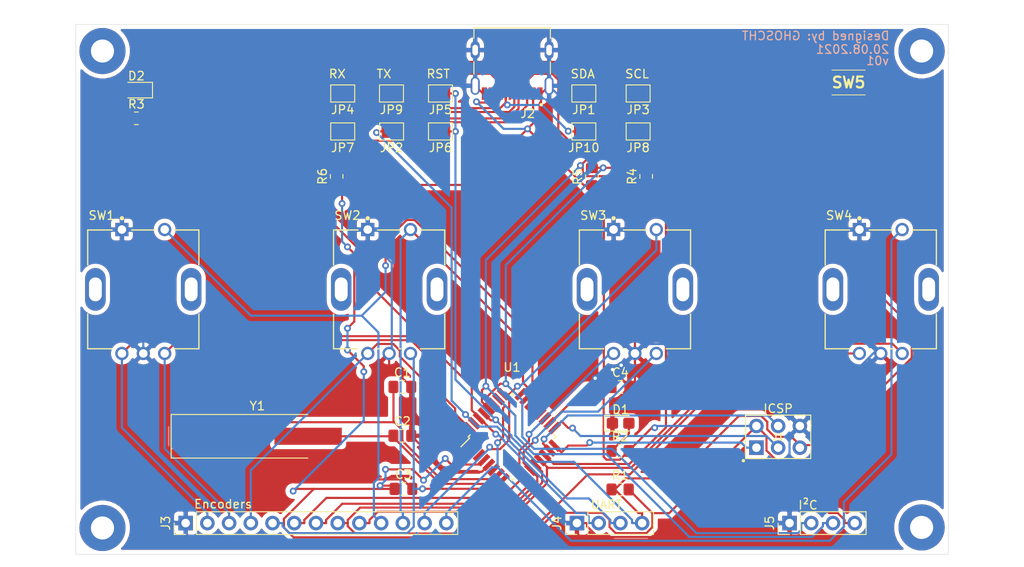
<source format=kicad_pcb>
(kicad_pcb (version 20171130) (host pcbnew "(5.1.10)-1")
  (title_block (title "LightControl Console") (date 2021-08-19) (rev v01) (comment 4 "Author: GHOSCHT"))
  (layers (0 F.Cu signal) (31 B.Cu signal) (34 B.Paste user) (35 F.Paste user) (36 B.SilkS user) (37 F.SilkS user) (38 B.Mask user) (39 F.Mask user) (44 Edge.Cuts user))
  (net 0 "")
  (net 1 "Net-(U1-Pad19)")
  (net 2 "Net-(U1-Pad20)")
  (net 3 "Net-(U1-Pad22)")
  (net 4 GND)
  (net 5 VCC)
  (net 6 XTAL1)
  (net 7 XTAL2)
  (net 8 "Net-(D1-Pad2)")
  (net 9 MOSI)
  (net 10 SCK)
  (net 11 MISO)
  (net 12 RST)
  (net 13 "Net-(J2-PadA6)")
  (net 14 "Net-(J2-PadB7)")
  (net 15 "Net-(J2-PadA5)")
  (net 16 "Net-(J2-PadB8)")
  (net 17 "Net-(J2-PadA7)")
  (net 18 "Net-(J2-PadB6)")
  (net 19 "Net-(J2-PadA8)")
  (net 20 "Net-(J2-PadB5)")
  (net 21 BTN4)
  (net 22 BTN3)
  (net 23 BTN2)
  (net 24 BTN1)
  (net 25 ENC4B)
  (net 26 ENC4A)
  (net 27 ENC3B)
  (net 28 ENC3A)
  (net 29 ENC2B)
  (net 30 ENC2A)
  (net 31 ENC1B)
  (net 32 ENC1A)
  (net 33 TX)
  (net 34 RX)
  (net 35 SDA)
  (net 36 SCL)
  (net 37 "Net-(D2-Pad2)")
  (net 38 LED)
  (net 39 "Net-(U1-Pad3)")
  (net 40 "Net-(U1-Pad6)")
  (module MountingHole:MountingHole_2.7mm_M2.5_Pad (layer F.Cu) (at 194.131 123.634)
    (fp_text reference PAD4 hide)
    (fp_text value MountingHole_2.7mm_M2.5_Pad)
    (pad 1 thru_hole circle (at 0 0) (size 5.4 5.4) (drill 2.7) (layers *.Cu *.Mask))
  )
  (module MountingHole:MountingHole_2.7mm_M2.5_Pad (layer F.Cu) (at 98.35 123.698)
    (fp_text reference PAD3 hide)
    (fp_text value MountingHole_2.7mm_M2.5_Pad)
    (pad 1 thru_hole circle (at 0 0) (size 5.4 5.4) (drill 2.7) (layers *.Cu *.Mask))
  )
  (module MountingHole:MountingHole_2.7mm_M2.5_Pad (layer F.Cu) (at 194.131 67.8815)
    (fp_text reference PAD2 hide)
    (fp_text value MountingHole_2.7mm_M2.5_Pad)
    (pad 1 thru_hole circle (at 0 0) (size 5.4 5.4) (drill 2.7) (layers *.Cu *.Mask))
  )
  (module MountingHole:MountingHole_2.7mm_M2.5_Pad (layer F.Cu) (at 98.35 67.8815)
    (fp_text reference PAD1 hide)
    (fp_text value MountingHole_2.7mm_M2.5_Pad)
    (pad 1 thru_hole circle (at 0 0) (size 5.4 5.4) (drill 2.7) (layers *.Cu *.Mask))
  )
  (module Capacitor_SMD:C_0805_2012Metric_Pad1.18x1.45mm_HandSolder (layer F.Cu) (at 133.414 107.188)
    (fp_text reference C1 (at 0 -1.68) (layer F.SilkS))
    (fp_text value 22p)
    (pad 1 smd roundrect (at -1.0375 0) (size 1.175 1.45) (layers F.Cu F.Paste F.Mask) (roundrect_rratio 0.2127659574468085) (net 6 XTAL1))
    (pad 2 smd roundrect (at 1.0375 0) (size 1.175 1.45) (layers F.Cu F.Paste F.Mask) (roundrect_rratio 0.2127659574468085) (net 4 GND))
  )
  (module Jumper:SolderJumper-2_P1.3mm_Open_Pad1.0x1.5mm (layer F.Cu) (at 160.985 77.2922)
    (fp_text reference JP8 (at 0 1.905) (layer F.SilkS))
    (fp_text value SolderJumper)
    (pad 2 smd rect (at 0.65 0) (size 1 1.5) (layers F.Cu F.Mask) (net 36 SCL))
    (pad 1 smd rect (at -0.65 0) (size 1 1.5) (layers F.Cu F.Mask) (net 14 "Net-(J2-PadB7)"))
  )
  (module AVR-ISP:AVR-ISP (layer F.Cu) (at 177.356 113.03)
    (fp_text reference J1 (at 0 0) (layer F.SilkS) (effects (font (size 0.787402 0.787402))))
    (fp_text value AVR-ISP-6)
    (fp_text user ICSP (at 0 -3.302) (layer F.SilkS))
    (pad 6 thru_hole circle (at 2.54 -1.27) (size 1.7 1.7) (drill 1) (layers *.Cu *.Mask) (net 4 GND))
    (pad 5 thru_hole circle (at 2.54 1.27) (size 1.7 1.7) (drill 1) (layers *.Cu *.Mask) (net 12 RST))
    (pad 1 thru_hole rect (at -2.54 1.27) (size 1.7 1.7) (drill 1) (layers *.Cu *.Mask) (net 11 MISO))
    (pad 2 thru_hole circle (at -2.54 -1.27) (size 1.7 1.7) (drill 1) (layers *.Cu *.Mask) (net 5 VCC))
    (pad 3 thru_hole circle (at 0 1.27) (size 1.7 1.7) (drill 1) (layers *.Cu *.Mask) (net 10 SCK))
    (pad 4 thru_hole circle (at 0 -1.27) (size 1.7 1.7) (drill 1) (layers *.Cu *.Mask) (net 9 MOSI))
  )
  (module Capacitor_SMD:C_0805_2012Metric_Pad1.18x1.45mm_HandSolder (layer F.Cu) (at 133.414 112.904)
    (fp_text reference C2 (at 0 -1.68) (layer F.SilkS))
    (fp_text value 22p)
    (pad 2 smd roundrect (at 1.0375 0) (size 1.175 1.45) (layers F.Cu F.Paste F.Mask) (roundrect_rratio 0.2127659574468085) (net 4 GND))
    (pad 1 smd roundrect (at -1.0375 0) (size 1.175 1.45) (layers F.Cu F.Paste F.Mask) (roundrect_rratio 0.2127659574468085) (net 7 XTAL2))
  )
  (module SKRKAEE020:SKRKAEE020 (layer F.Cu) (at 185.594 71.5645)
    (fp_text reference SW5 (at 0 0) (layer F.SilkS) (effects (font (size 1.27 1.27) (thickness 0.254))))
    (fp_text value SW_Push hide)
    (pad 1 smd rect (at -2.1 0) (size 0.8 2) (layers F.Cu F.Paste F.Mask) (net 12 RST))
    (pad 2 smd rect (at 2.1 0) (size 0.8 2) (layers F.Cu F.Paste F.Mask) (net 4 GND))
  )
  (module Resistor_SMD:R_0805_2012Metric_Pad1.20x1.40mm_HandSolder (layer F.Cu) (at 158.877 114.682)
    (fp_text reference R2 (at 0 -1.65) (layer F.SilkS))
    (fp_text value 200)
    (pad 1 smd roundrect (at -1 0) (size 1.2 1.4) (layers F.Cu F.Paste F.Mask) (roundrect_rratio 0.2083325) (net 8 "Net-(D1-Pad2)"))
    (pad 2 smd roundrect (at 1 0) (size 1.2 1.4) (layers F.Cu F.Paste F.Mask) (roundrect_rratio 0.2083325) (net 5 VCC))
  )
  (module Connector_PinHeader_2.54mm:PinHeader_1x04_P2.54mm_Vertical (layer F.Cu) (at 153.83 123.126 90)
    (fp_text reference J4 (at 0 -2.33 90) (layer F.SilkS))
    (fp_text value Conn_01x04)
    (pad 4 thru_hole oval (at 0 7.62 90) (size 1.7 1.7) (drill 1) (layers *.Cu *.Mask) (net 12 RST))
    (pad 3 thru_hole oval (at 0 5.08 90) (size 1.7 1.7) (drill 1) (layers *.Cu *.Mask) (net 33 TX))
    (pad 2 thru_hole oval (at 0 2.54 90) (size 1.7 1.7) (drill 1) (layers *.Cu *.Mask) (net 34 RX))
    (pad 1 thru_hole rect (at 0 0 90) (size 1.7 1.7) (drill 1) (layers *.Cu *.Mask) (net 4 GND))
  )
  (module Jumper:SolderJumper-2_P1.3mm_Open_Pad1.0x1.5mm (layer F.Cu) (at 154.635 72.8472 180)
    (fp_text reference JP1 (at 0 -1.905) (layer F.SilkS))
    (fp_text value SolderJumper)
    (pad 1 smd rect (at -0.65 0 180) (size 1 1.5) (layers F.Cu F.Mask) (net 35 SDA))
    (pad 2 smd rect (at 0.65 0 180) (size 1 1.5) (layers F.Cu F.Mask) (net 13 "Net-(J2-PadA6)"))
  )
  (module Jumper:SolderJumper-2_P1.3mm_Open_Pad1.0x1.5mm (layer F.Cu) (at 160.985 72.8472 180)
    (fp_text reference JP3 (at 0 -1.905) (layer F.SilkS))
    (fp_text value SolderJumper)
    (pad 2 smd rect (at 0.65 0 180) (size 1 1.5) (layers F.Cu F.Mask) (net 17 "Net-(J2-PadA7)"))
    (pad 1 smd rect (at -0.65 0 180) (size 1 1.5) (layers F.Cu F.Mask) (net 36 SCL))
  )
  (module Jumper:SolderJumper-2_P1.3mm_Open_Pad1.0x1.5mm (layer F.Cu) (at 154.635 77.2922)
    (fp_text reference JP10 (at 0 1.905) (layer F.SilkS))
    (fp_text value SolderJumper)
    (pad 2 smd rect (at 0.65 0) (size 1 1.5) (layers F.Cu F.Mask) (net 35 SDA))
    (pad 1 smd rect (at -0.65 0) (size 1 1.5) (layers F.Cu F.Mask) (net 18 "Net-(J2-PadB6)"))
  )
  (module Jumper:SolderJumper-2_P1.3mm_Bridged2Bar_Pad1.0x1.5mm (layer F.Cu) (at 132.156 77.2922)
    (fp_text reference JP2 (at 0 1.905) (layer F.SilkS))
    (fp_text value SolderJumper_Bridged)
    (fp_poly (pts (xy -0.25 0.2) (xy 0.25 0.2) (xy 0.25 0.6) (xy -0.25 0.6)) (layer F.Cu) (width 0))
    (fp_poly (pts (xy -0.25 -0.6) (xy 0.25 -0.6) (xy 0.25 -0.2) (xy -0.25 -0.2)) (layer F.Cu) (width 0))
    (pad 2 smd rect (at 0.65 0) (size 1 1.5) (layers F.Cu F.Mask) (net 13 "Net-(J2-PadA6)"))
    (pad 1 smd rect (at -0.65 0) (size 1 1.5) (layers F.Cu F.Mask) (net 33 TX))
  )
  (module Jumper:SolderJumper-2_P1.3mm_Bridged2Bar_Pad1.0x1.5mm (layer F.Cu) (at 132.141 72.8472 180)
    (fp_text reference JP9 (at 0 -1.905) (layer F.SilkS))
    (fp_text value SolderJumper_Bridged)
    (fp_poly (pts (xy -0.25 0.2) (xy 0.25 0.2) (xy 0.25 0.6) (xy -0.25 0.6)) (layer F.Cu) (width 0))
    (fp_poly (pts (xy -0.25 -0.6) (xy 0.25 -0.6) (xy 0.25 -0.2) (xy -0.25 -0.2)) (layer F.Cu) (width 0))
    (pad 2 smd rect (at 0.65 0 180) (size 1 1.5) (layers F.Cu F.Mask) (net 33 TX))
    (pad 1 smd rect (at -0.65 0 180) (size 1 1.5) (layers F.Cu F.Mask) (net 18 "Net-(J2-PadB6)"))
  )
  (module LED_SMD:LED_0805_2012Metric_Castellated (layer F.Cu) (at 158.94 111.442)
    (fp_text reference D1 (at 0 -1.6) (layer F.SilkS))
    (fp_text value 17-21/BHC-XL2M2TY/3T)
    (pad 1 smd roundrect (at -0.9625 0) (size 1.325 1.3) (layers F.Cu F.Paste F.Mask) (roundrect_rratio 0.1923069230769231) (net 4 GND))
    (pad 2 smd roundrect (at 0.9625 0) (size 1.325 1.3) (layers F.Cu F.Paste F.Mask) (roundrect_rratio 0.1923069230769231) (net 8 "Net-(D1-Pad2)"))
  )
  (module Connector_PinHeader_2.54mm:PinHeader_1x13_P2.54mm_Vertical (layer F.Cu) (at 108.077 123.126 90)
    (fp_text reference J3 (at 0 -2.33 90) (layer F.SilkS))
    (fp_text value Conn_01x13)
    (pad 13 thru_hole oval (at 0 30.48 90) (size 1.7 1.7) (drill 1) (layers *.Cu *.Mask) (net 21 BTN4))
    (pad 12 thru_hole oval (at 0 27.94 90) (size 1.7 1.7) (drill 1) (layers *.Cu *.Mask) (net 22 BTN3))
    (pad 11 thru_hole oval (at 0 25.4 90) (size 1.7 1.7) (drill 1) (layers *.Cu *.Mask) (net 23 BTN2))
    (pad 10 thru_hole oval (at 0 22.86 90) (size 1.7 1.7) (drill 1) (layers *.Cu *.Mask) (net 24 BTN1))
    (pad 9 thru_hole oval (at 0 20.32 90) (size 1.7 1.7) (drill 1) (layers *.Cu *.Mask) (net 25 ENC4B))
    (pad 8 thru_hole oval (at 0 17.78 90) (size 1.7 1.7) (drill 1) (layers *.Cu *.Mask) (net 26 ENC4A))
    (pad 7 thru_hole oval (at 0 15.24 90) (size 1.7 1.7) (drill 1) (layers *.Cu *.Mask) (net 27 ENC3B))
    (pad 6 thru_hole oval (at 0 12.7 90) (size 1.7 1.7) (drill 1) (layers *.Cu *.Mask) (net 28 ENC3A))
    (pad 5 thru_hole oval (at 0 10.16 90) (size 1.7 1.7) (drill 1) (layers *.Cu *.Mask) (net 29 ENC2B))
    (pad 4 thru_hole oval (at 0 7.62 90) (size 1.7 1.7) (drill 1) (layers *.Cu *.Mask) (net 30 ENC2A))
    (pad 3 thru_hole oval (at 0 5.08 90) (size 1.7 1.7) (drill 1) (layers *.Cu *.Mask) (net 31 ENC1B))
    (pad 2 thru_hole oval (at 0 2.54 90) (size 1.7 1.7) (drill 1) (layers *.Cu *.Mask) (net 32 ENC1A))
    (pad 1 thru_hole rect (at 0 0 90) (size 1.7 1.7) (drill 1) (layers *.Cu *.Mask) (net 4 GND))
  )
  (module Connector_PinHeader_2.54mm:PinHeader_1x04_P2.54mm_Vertical (layer F.Cu) (at 178.689 123.126 90)
    (fp_text reference J5 (at 0 -2.33 90) (layer F.SilkS))
    (fp_text value Conn_01x04)
    (pad 4 thru_hole oval (at 0 7.62 90) (size 1.7 1.7) (drill 1) (layers *.Cu *.Mask) (net 5 VCC))
    (pad 3 thru_hole oval (at 0 5.08 90) (size 1.7 1.7) (drill 1) (layers *.Cu *.Mask) (net 36 SCL))
    (pad 2 thru_hole oval (at 0 2.54 90) (size 1.7 1.7) (drill 1) (layers *.Cu *.Mask) (net 35 SDA))
    (pad 1 thru_hole rect (at 0 0 90) (size 1.7 1.7) (drill 1) (layers *.Cu *.Mask) (net 4 GND))
  )
  (module Bourns-PEC11R-4220F-S0012:Bourns-PEC11R-4220F-S0012-MFG (layer F.Cu) (at 103.124 95.7738)
    (fp_text reference SW1 (at -6.5 -8.65) (layer F.SilkS) (effects (justify left)))
    (fp_text value PEC11R-4220F-S0012)
    (pad S1 thru_hole rect (at -2.5 -7) (size 1.55 1.55) (drill 1) (layers *.Cu *.Mask) (net 4 GND))
    (pad S2 thru_hole circle (at 2.5 -7) (size 1.55 1.55) (drill 1) (layers *.Cu *.Mask) (net 24 BTN1))
    (pad A thru_hole circle (at -2.5 7.5) (size 1.55 1.55) (drill 1) (layers *.Cu *.Mask) (net 32 ENC1A))
    (pad C thru_hole circle (at 0 7.5) (size 1.55 1.55) (drill 1) (layers *.Cu *.Mask) (net 4 GND))
    (pad B thru_hole circle (at 2.5 7.5) (size 1.55 1.55) (drill 1) (layers *.Cu *.Mask) (net 31 ENC1B))
    (pad 3 thru_hole roundrect (at -5.6 0) (size 2.4 5) (drill oval 1.5 2.8) (layers *.Cu *.Mask) (roundrect_rratio 0.5))
    (pad 4 thru_hole roundrect (at 5.6 0) (size 2.4 5) (drill oval 1.5 2.8) (layers *.Cu *.Mask) (roundrect_rratio 0.5))
  )
  (module Crystal:Crystal_SMD_HC49-SD_HandSoldering (layer F.Cu) (at 116.459 112.966)
    (fp_text reference Y1 (at 0 -3.55) (layer F.SilkS))
    (fp_text value 16MHz)
    (pad 2 smd rect (at 5.9375 0) (size 7.875 2) (layers F.Cu F.Paste F.Mask) (net 7 XTAL2))
    (pad 1 smd rect (at -5.9375 0) (size 7.875 2) (layers F.Cu F.Paste F.Mask) (net 6 XTAL1))
  )
  (module HRO_TYPE-C-31-M-12:HRO_TYPE-C-31-M-12 (layer F.Cu) (at 146.253 67.7672 180)
    (fp_text reference J2 (at -1.825 -7.435) (layer F.SilkS))
    (fp_text value TYPE-C-31-M-12)
    (pad A1B12 smd rect (at -3.25 -5.095 180) (size 0.6 1.45) (layers F.Cu F.Paste F.Mask) (net 4 GND))
    (pad A4B9 smd rect (at -2.45 -5.095 180) (size 0.6 1.45) (layers F.Cu F.Paste F.Mask) (net 5 VCC))
    (pad A6 smd rect (at -0.25 -5.095 180) (size 0.3 1.45) (layers F.Cu F.Paste F.Mask) (net 13 "Net-(J2-PadA6)"))
    (pad B7 smd rect (at -0.75 -5.095 180) (size 0.3 1.45) (layers F.Cu F.Paste F.Mask) (net 14 "Net-(J2-PadB7)"))
    (pad A5 smd rect (at -1.25 -5.095 180) (size 0.3 1.45) (layers F.Cu F.Paste F.Mask) (net 15 "Net-(J2-PadA5)"))
    (pad B8 smd rect (at -1.75 -5.095 180) (size 0.3 1.45) (layers F.Cu F.Paste F.Mask) (net 16 "Net-(J2-PadB8)"))
    (pad A7 smd rect (at 0.25 -5.095 180) (size 0.3 1.45) (layers F.Cu F.Paste F.Mask) (net 17 "Net-(J2-PadA7)"))
    (pad B6 smd rect (at 0.75 -5.095 180) (size 0.3 1.45) (layers F.Cu F.Paste F.Mask) (net 18 "Net-(J2-PadB6)"))
    (pad A8 smd rect (at 1.25 -5.095 180) (size 0.3 1.45) (layers F.Cu F.Paste F.Mask) (net 19 "Net-(J2-PadA8)"))
    (pad B5 smd rect (at 1.75 -5.095 180) (size 0.3 1.45) (layers F.Cu F.Paste F.Mask) (net 20 "Net-(J2-PadB5)"))
    (pad B4A9 smd rect (at 2.45 -5.095 180) (size 0.6 1.45) (layers F.Cu F.Paste F.Mask) (net 5 VCC))
    (pad B1A12 smd rect (at 3.25 -5.095 180) (size 0.6 1.45) (layers F.Cu F.Paste F.Mask) (net 4 GND))
    (pad S1 thru_hole oval (at -4.32 -4.18 180) (size 1.05 2.1) (drill oval 0.65 1.75) (layers *.Cu *.Mask) (net 4 GND))
    (pad S2 thru_hole oval (at 4.32 -4.18 180) (size 1.05 2.1) (drill oval 0.65 1.75) (layers *.Cu *.Mask) (net 4 GND))
    (pad S3 thru_hole oval (at -4.32 0 180) (size 1.05 2.1) (drill oval 0.65 1.25) (layers *.Cu *.Mask) (net 4 GND))
    (pad S4 thru_hole oval (at 4.32 0 180) (size 1.05 2.1) (drill oval 0.65 1.25) (layers *.Cu *.Mask) (net 4 GND))
    (pad None np_thru_hole circle (at -2.89 -3.65 180) (size 0.7 0.7) (drill 0.7) (layers *.Cu *.Mask))
    (pad None np_thru_hole circle (at 2.89 -3.65 180) (size 0.7 0.7) (drill 0.7) (layers *.Cu *.Mask))
  )
  (module Capacitor_SMD:C_0805_2012Metric_Pad1.18x1.45mm_HandSolder (layer F.Cu) (at 133.54 119.126)
    (fp_text reference C3 (at 0 -1.68) (layer F.SilkS))
    (fp_text value 100n)
    (pad 1 smd roundrect (at -1.0375 0) (size 1.175 1.45) (layers F.Cu F.Paste F.Mask) (roundrect_rratio 0.2127659574468085) (net 5 VCC))
    (pad 2 smd roundrect (at 1.0375 0) (size 1.175 1.45) (layers F.Cu F.Paste F.Mask) (roundrect_rratio 0.2127659574468085) (net 4 GND))
  )
  (module Jumper:SolderJumper-2_P1.3mm_Bridged2Bar_Pad1.0x1.5mm (layer F.Cu) (at 126.441 72.8472)
    (fp_text reference JP4 (at 0 1.905) (layer F.SilkS))
    (fp_text value SolderJumper_Bridged)
    (fp_poly (pts (xy -0.25 -0.6) (xy 0.25 -0.6) (xy 0.25 -0.2) (xy -0.25 -0.2)) (layer F.Cu) (width 0))
    (fp_poly (pts (xy -0.25 0.2) (xy 0.25 0.2) (xy 0.25 0.6) (xy -0.25 0.6)) (layer F.Cu) (width 0))
    (pad 1 smd rect (at -0.65 0) (size 1 1.5) (layers F.Cu F.Mask) (net 34 RX))
    (pad 2 smd rect (at 0.65 0) (size 1 1.5) (layers F.Cu F.Mask) (net 17 "Net-(J2-PadA7)"))
  )
  (module Resistor_SMD:R_0805_2012Metric_Pad1.20x1.40mm_HandSolder (layer F.Cu) (at 158.877 119.19)
    (fp_text reference R1 (at 0 -1.65) (layer F.SilkS))
    (fp_text value 10k)
    (pad 1 smd roundrect (at -1 0) (size 1.2 1.4) (layers F.Cu F.Paste F.Mask) (roundrect_rratio 0.2083325) (net 12 RST))
    (pad 2 smd roundrect (at 1 0) (size 1.2 1.4) (layers F.Cu F.Paste F.Mask) (roundrect_rratio 0.2083325) (net 5 VCC))
  )
  (module Jumper:SolderJumper-2_P1.3mm_Bridged2Bar_Pad1.0x1.5mm (layer F.Cu) (at 137.871 72.8472 180)
    (fp_text reference JP5 (at 0 -1.905) (layer F.SilkS))
    (fp_text value SolderJumper_Bridged)
    (fp_poly (pts (xy -0.25 0.2) (xy 0.25 0.2) (xy 0.25 0.6) (xy -0.25 0.6)) (layer F.Cu) (width 0))
    (fp_poly (pts (xy -0.25 -0.6) (xy 0.25 -0.6) (xy 0.25 -0.2) (xy -0.25 -0.2)) (layer F.Cu) (width 0))
    (pad 2 smd rect (at 0.65 0 180) (size 1 1.5) (layers F.Cu F.Mask) (net 19 "Net-(J2-PadA8)"))
    (pad 1 smd rect (at -0.65 0 180) (size 1 1.5) (layers F.Cu F.Mask) (net 12 RST))
  )
  (module Jumper:SolderJumper-2_P1.3mm_Bridged2Bar_Pad1.0x1.5mm (layer F.Cu) (at 137.871 77.2922)
    (fp_text reference JP6 (at 0 1.905) (layer F.SilkS))
    (fp_text value SolderJumper_Bridged)
    (fp_poly (pts (xy -0.25 -0.6) (xy 0.25 -0.6) (xy 0.25 -0.2) (xy -0.25 -0.2)) (layer F.Cu) (width 0))
    (fp_poly (pts (xy -0.25 0.2) (xy 0.25 0.2) (xy 0.25 0.6) (xy -0.25 0.6)) (layer F.Cu) (width 0))
    (pad 1 smd rect (at -0.65 0) (size 1 1.5) (layers F.Cu F.Mask) (net 16 "Net-(J2-PadB8)"))
    (pad 2 smd rect (at 0.65 0) (size 1 1.5) (layers F.Cu F.Mask) (net 12 RST))
  )
  (module Jumper:SolderJumper-2_P1.3mm_Bridged2Bar_Pad1.0x1.5mm (layer F.Cu) (at 126.441 77.2922 180)
    (fp_text reference JP7 (at 0 -1.905) (layer F.SilkS))
    (fp_text value SolderJumper_Bridged)
    (fp_poly (pts (xy -0.25 -0.6) (xy 0.25 -0.6) (xy 0.25 -0.2) (xy -0.25 -0.2)) (layer F.Cu) (width 0))
    (fp_poly (pts (xy -0.25 0.2) (xy 0.25 0.2) (xy 0.25 0.6) (xy -0.25 0.6)) (layer F.Cu) (width 0))
    (pad 1 smd rect (at -0.65 0 180) (size 1 1.5) (layers F.Cu F.Mask) (net 14 "Net-(J2-PadB7)"))
    (pad 2 smd rect (at 0.65 0 180) (size 1 1.5) (layers F.Cu F.Mask) (net 34 RX))
  )
  (module Package_QFP:TQFP-32_7x7mm_P0.8mm (layer F.Cu) (at 146.24 113.03 45)
    (fp_text reference U1 (at 5.747364 -5.747364 180) (layer F.SilkS))
    (fp_text value ATmega328PB-AU)
    (pad 1 smd rect (at -4.25 -2.8 45) (size 1.6 0.55) (layers F.Cu F.Paste F.Mask) (net 31 ENC1B))
    (pad 2 smd rect (at -4.25 -2 45) (size 1.6 0.55) (layers F.Cu F.Paste F.Mask) (net 30 ENC2A))
    (pad 3 smd rect (at -4.25 -1.2 45) (size 1.6 0.55) (layers F.Cu F.Paste F.Mask) (net 39 "Net-(U1-Pad3)"))
    (pad 4 smd rect (at -4.25 -0.4 45) (size 1.6 0.55) (layers F.Cu F.Paste F.Mask) (net 5 VCC))
    (pad 5 smd rect (at -4.25 0.4 45) (size 1.6 0.55) (layers F.Cu F.Paste F.Mask) (net 4 GND))
    (pad 6 smd rect (at -4.25 1.2 45) (size 1.6 0.55) (layers F.Cu F.Paste F.Mask) (net 40 "Net-(U1-Pad6)"))
    (pad 7 smd rect (at -4.25 2 45) (size 1.6 0.55) (layers F.Cu F.Paste F.Mask) (net 6 XTAL1))
    (pad 8 smd rect (at -4.25 2.8 45) (size 1.6 0.55) (layers F.Cu F.Paste F.Mask) (net 7 XTAL2))
    (pad 9 smd rect (at -2.8 4.25 135) (size 1.6 0.55) (layers F.Cu F.Paste F.Mask) (net 29 ENC2B))
    (pad 10 smd rect (at -2 4.25 135) (size 1.6 0.55) (layers F.Cu F.Paste F.Mask) (net 28 ENC3A))
    (pad 11 smd rect (at -1.2 4.25 135) (size 1.6 0.55) (layers F.Cu F.Paste F.Mask) (net 27 ENC3B))
    (pad 12 smd rect (at -0.4 4.25 135) (size 1.6 0.55) (layers F.Cu F.Paste F.Mask) (net 26 ENC4A))
    (pad 13 smd rect (at 0.4 4.25 135) (size 1.6 0.55) (layers F.Cu F.Paste F.Mask) (net 25 ENC4B))
    (pad 14 smd rect (at 1.2 4.25 135) (size 1.6 0.55) (layers F.Cu F.Paste F.Mask) (net 38 LED))
    (pad 15 smd rect (at 2 4.25 135) (size 1.6 0.55) (layers F.Cu F.Paste F.Mask) (net 9 MOSI))
    (pad 16 smd rect (at 2.8 4.25 135) (size 1.6 0.55) (layers F.Cu F.Paste F.Mask) (net 11 MISO))
    (pad 17 smd rect (at 4.25 2.8 45) (size 1.6 0.55) (layers F.Cu F.Paste F.Mask) (net 10 SCK))
    (pad 18 smd rect (at 4.25 2 45) (size 1.6 0.55) (layers F.Cu F.Paste F.Mask) (net 5 VCC))
    (pad 19 smd rect (at 4.25 1.2 45) (size 1.6 0.55) (layers F.Cu F.Paste F.Mask) (net 1 "Net-(U1-Pad19)"))
    (pad 20 smd rect (at 4.25 0.4 45) (size 1.6 0.55) (layers F.Cu F.Paste F.Mask) (net 2 "Net-(U1-Pad20)"))
    (pad 21 smd rect (at 4.25 -0.4 45) (size 1.6 0.55) (layers F.Cu F.Paste F.Mask) (net 4 GND))
    (pad 22 smd rect (at 4.25 -1.2 45) (size 1.6 0.55) (layers F.Cu F.Paste F.Mask) (net 3 "Net-(U1-Pad22)"))
    (pad 23 smd rect (at 4.25 -2 45) (size 1.6 0.55) (layers F.Cu F.Paste F.Mask) (net 24 BTN1))
    (pad 24 smd rect (at 4.25 -2.8 45) (size 1.6 0.55) (layers F.Cu F.Paste F.Mask) (net 23 BTN2))
    (pad 25 smd rect (at 2.8 -4.25 135) (size 1.6 0.55) (layers F.Cu F.Paste F.Mask) (net 22 BTN3))
    (pad 26 smd rect (at 2 -4.25 135) (size 1.6 0.55) (layers F.Cu F.Paste F.Mask) (net 21 BTN4))
    (pad 27 smd rect (at 1.2 -4.25 135) (size 1.6 0.55) (layers F.Cu F.Paste F.Mask) (net 35 SDA))
    (pad 28 smd rect (at 0.4 -4.25 135) (size 1.6 0.55) (layers F.Cu F.Paste F.Mask) (net 36 SCL))
    (pad 29 smd rect (at -0.4 -4.25 135) (size 1.6 0.55) (layers F.Cu F.Paste F.Mask) (net 12 RST))
    (pad 30 smd rect (at -1.2 -4.25 135) (size 1.6 0.55) (layers F.Cu F.Paste F.Mask) (net 34 RX))
    (pad 31 smd rect (at -2 -4.25 135) (size 1.6 0.55) (layers F.Cu F.Paste F.Mask) (net 33 TX))
    (pad 32 smd rect (at -2.8 -4.25 135) (size 1.6 0.55) (layers F.Cu F.Paste F.Mask) (net 32 ENC1A))
  )
  (module Bourns-PEC11R-4220F-S0012:Bourns-PEC11R-4220F-S0012-MFG (layer F.Cu) (at 131.868 95.7738)
    (fp_text reference SW2 (at -6.5 -8.65) (layer F.SilkS) (effects (justify left)))
    (fp_text value PEC11R-4220F-S0012)
    (pad 4 thru_hole roundrect (at 5.6 0) (size 2.4 5) (drill oval 1.5 2.8) (layers *.Cu *.Mask) (roundrect_rratio 0.5))
    (pad 3 thru_hole roundrect (at -5.6 0) (size 2.4 5) (drill oval 1.5 2.8) (layers *.Cu *.Mask) (roundrect_rratio 0.5))
    (pad B thru_hole circle (at 2.5 7.5) (size 1.55 1.55) (drill 1) (layers *.Cu *.Mask) (net 29 ENC2B))
    (pad C thru_hole circle (at 0 7.5) (size 1.55 1.55) (drill 1) (layers *.Cu *.Mask) (net 4 GND))
    (pad A thru_hole circle (at -2.5 7.5) (size 1.55 1.55) (drill 1) (layers *.Cu *.Mask) (net 30 ENC2A))
    (pad S2 thru_hole circle (at 2.5 -7) (size 1.55 1.55) (drill 1) (layers *.Cu *.Mask) (net 23 BTN2))
    (pad S1 thru_hole rect (at -2.5 -7) (size 1.55 1.55) (drill 1) (layers *.Cu *.Mask) (net 4 GND))
  )
  (module LED_SMD:LED_0805_2012Metric_Castellated (layer F.Cu) (at 102.314 72.4535 180)
    (fp_text reference D2 (at 0 1.651) (layer F.SilkS))
    (fp_text value 17-21/BHC-XL2M2TY/3T)
    (pad 1 smd roundrect (at -0.9625 0 180) (size 1.325 1.3) (layers F.Cu F.Paste F.Mask) (roundrect_rratio 0.1923069230769231) (net 4 GND))
    (pad 2 smd roundrect (at 0.9625 0 180) (size 1.325 1.3) (layers F.Cu F.Paste F.Mask) (roundrect_rratio 0.1923069230769231) (net 37 "Net-(D2-Pad2)"))
  )
  (module Resistor_SMD:R_0805_2012Metric_Pad1.20x1.40mm_HandSolder (layer F.Cu) (at 102.314 75.7555 180)
    (fp_text reference R3 (at 0 1.651) (layer F.SilkS))
    (fp_text value 200)
    (pad 1 smd roundrect (at -1 0 180) (size 1.2 1.4) (layers F.Cu F.Paste F.Mask) (roundrect_rratio 0.2083325) (net 37 "Net-(D2-Pad2)"))
    (pad 2 smd roundrect (at 1 0 180) (size 1.2 1.4) (layers F.Cu F.Paste F.Mask) (roundrect_rratio 0.2083325) (net 38 LED))
  )
  (module Bourns-PEC11R-4220F-S0012:Bourns-PEC11R-4220F-S0012-MFG (layer F.Cu) (at 160.613 95.7738)
    (fp_text reference SW3 (at -6.5 -8.65) (layer F.SilkS) (effects (justify left)))
    (fp_text value PEC11R-4220F-S0012)
    (pad S1 thru_hole rect (at -2.5 -7) (size 1.55 1.55) (drill 1) (layers *.Cu *.Mask) (net 4 GND))
    (pad S2 thru_hole circle (at 2.5 -7) (size 1.55 1.55) (drill 1) (layers *.Cu *.Mask) (net 22 BTN3))
    (pad A thru_hole circle (at -2.5 7.5) (size 1.55 1.55) (drill 1) (layers *.Cu *.Mask) (net 28 ENC3A))
    (pad C thru_hole circle (at 0 7.5) (size 1.55 1.55) (drill 1) (layers *.Cu *.Mask) (net 4 GND))
    (pad B thru_hole circle (at 2.5 7.5) (size 1.55 1.55) (drill 1) (layers *.Cu *.Mask) (net 27 ENC3B))
    (pad 3 thru_hole roundrect (at -5.6 0) (size 2.4 5) (drill oval 1.5 2.8) (layers *.Cu *.Mask) (roundrect_rratio 0.5))
    (pad 4 thru_hole roundrect (at 5.6 0) (size 2.4 5) (drill oval 1.5 2.8) (layers *.Cu *.Mask) (roundrect_rratio 0.5))
  )
  (module Bourns-PEC11R-4220F-S0012:Bourns-PEC11R-4220F-S0012-MFG (layer F.Cu) (at 189.357 95.7738)
    (fp_text reference SW4 (at -6.5 -8.65) (layer F.SilkS) (effects (justify left)))
    (fp_text value PEC11R-4220F-S0012)
    (pad 4 thru_hole roundrect (at 5.6 0) (size 2.4 5) (drill oval 1.5 2.8) (layers *.Cu *.Mask) (roundrect_rratio 0.5))
    (pad 3 thru_hole roundrect (at -5.6 0) (size 2.4 5) (drill oval 1.5 2.8) (layers *.Cu *.Mask) (roundrect_rratio 0.5))
    (pad B thru_hole circle (at 2.5 7.5) (size 1.55 1.55) (drill 1) (layers *.Cu *.Mask) (net 25 ENC4B))
    (pad C thru_hole circle (at 0 7.5) (size 1.55 1.55) (drill 1) (layers *.Cu *.Mask) (net 4 GND))
    (pad A thru_hole circle (at -2.5 7.5) (size 1.55 1.55) (drill 1) (layers *.Cu *.Mask) (net 26 ENC4A))
    (pad S2 thru_hole circle (at 2.5 -7) (size 1.55 1.55) (drill 1) (layers *.Cu *.Mask) (net 21 BTN4))
    (pad S1 thru_hole rect (at -2.5 -7) (size 1.55 1.55) (drill 1) (layers *.Cu *.Mask) (net 4 GND))
  )
  (module Capacitor_SMD:C_0805_2012Metric_Pad1.18x1.45mm_HandSolder (layer F.Cu) (at 158.919 107.188)
    (fp_text reference C4 (at 0 -1.68) (layer F.SilkS))
    (fp_text value 100n)
    (pad 1 smd roundrect (at -1.0375 0) (size 1.175 1.45) (layers F.Cu F.Paste F.Mask) (roundrect_rratio 0.2127659574468085) (net 5 VCC))
    (pad 2 smd roundrect (at 1.0375 0) (size 1.175 1.45) (layers F.Cu F.Paste F.Mask) (roundrect_rratio 0.2127659574468085) (net 4 GND))
  )
  (module Resistor_SMD:R_0805_2012Metric_Pad1.20x1.40mm_HandSolder (layer F.Cu) (at 161.925 82.55 90)
    (fp_text reference R4 (at 0 -1.65 90) (layer F.SilkS))
    (fp_text value 10k)
    (pad 1 smd roundrect (at -1 0 90) (size 1.2 1.4) (layers F.Cu F.Paste F.Mask) (roundrect_rratio 0.208333) (net 5 VCC))
    (pad 2 smd roundrect (at 1 0 90) (size 1.2 1.4) (layers F.Cu F.Paste F.Mask) (roundrect_rratio 0.208333) (net 36 SCL))
  )
  (module Resistor_SMD:R_0805_2012Metric_Pad1.20x1.40mm_HandSolder (layer F.Cu) (at 155.575 82.58 90)
    (fp_text reference R5 (at 0 -1.65 90) (layer F.SilkS))
    (fp_text value 10k)
    (pad 1 smd roundrect (at -1 0 90) (size 1.2 1.4) (layers F.Cu F.Paste F.Mask) (roundrect_rratio 0.208333) (net 5 VCC))
    (pad 2 smd roundrect (at 1 0 90) (size 1.2 1.4) (layers F.Cu F.Paste F.Mask) (roundrect_rratio 0.208333) (net 35 SDA))
  )
  (module Resistor_SMD:R_0805_2012Metric_Pad1.20x1.40mm_HandSolder (layer F.Cu) (at 125.73 82.55 90)
    (fp_text reference R6 (at 0 -1.65 90) (layer F.SilkS))
    (fp_text value 10k)
    (pad 2 smd roundrect (at 1 0 90) (size 1.2 1.4) (layers F.Cu F.Paste F.Mask) (roundrect_rratio 0.208333) (net 34 RX))
    (pad 1 smd roundrect (at -1 0 90) (size 1.2 1.4) (layers F.Cu F.Paste F.Mask) (roundrect_rratio 0.208333) (net 5 VCC))
  )
  (gr_text 20.08.2021 (at 186.055 67.691) (layer B.SilkS) (effects (font (size 1 1)) (justify mirror)))
  (gr_text Encoders (at 112.4585 120.904) (layer F.SilkS) (effects (font (size 1 1))))
  (gr_text UART (at 157.2895 120.9675) (layer F.SilkS) (effects (font (size 1 1))))
  (gr_text I²C (at 180.848 121.031) (layer F.SilkS) (effects (font (size 1 1))))
  (gr_text "Designed by: GHOSCHT" (at 181.737 66.1035) (layer B.SilkS) (effects (font (size 1 1)) (justify mirror)))
  (gr_text v01 (at 188.976 69.0245) (layer B.SilkS) (effects (font (size 1 1)) (justify mirror)))
  (gr_line (start 197.2425 64.77) (end 197.2425 126.7775) (layer Edge.Cuts) (width 0.05))
  (gr_line (start 95.2385 64.77) (end 95.2385 126.7775) (layer Edge.Cuts) (width 0.05))
  (gr_line (start 197.2425 64.77) (end 95.2385 64.77) (layer Edge.Cuts) (width 0.05))
  (gr_line (start 95.2385 126.7775) (end 197.2425 126.7775) (layer Edge.Cuts) (width 0.05))
  (gr_text RST (at 137.6172 70.5612) (layer F.SilkS) (effects (font (size 1 1))))
  (gr_text TX (at 131.2672 70.5612) (layer F.SilkS) (effects (font (size 1 1))))
  (gr_text RX (at 125.8062 70.5612) (layer F.SilkS) (effects (font (size 1 1))))
  (gr_text SCL (at 160.8582 70.5612) (layer F.SilkS) (effects (font (size 1 1))))
  (gr_text SDA (at 154.5082 70.5612) (layer F.SilkS) (effects (font (size 1 1))))
  (segment (start 159.9565 107.188) (end 157.9775 109.167) (width 0.25) (layer F.Cu) (net 4))
  (segment (start 157.9775 109.167) (end 157.9775 111.442) (width 0.25) (layer F.Cu) (net 4))
  (segment (start 160.613 103.2738) (end 160.613 106.5315) (width 0.25) (layer F.Cu) (net 4))
  (segment (start 160.613 106.5315) (end 159.9565 107.188) (width 0.25) (layer F.Cu) (net 4))
  (segment (start 141.933 71.9472) (end 134.7582 71.9472) (width 0.25) (layer B.Cu) (net 4))
  (segment (start 134.7582 71.9472) (end 129.368 77.3374) (width 0.25) (layer B.Cu) (net 4))
  (segment (start 129.368 77.3374) (end 129.368 87.6735) (width 0.25) (layer B.Cu) (net 4))
  (segment (start 131.868 103.2738) (end 132.179 102.9628) (width 0.25) (layer B.Cu) (net 4))
  (segment (start 132.179 102.9628) (end 132.179 92.6851) (width 0.25) (layer B.Cu) (net 4))
  (segment (start 132.179 92.6851) (end 129.368 89.8741) (width 0.25) (layer B.Cu) (net 4))
  (segment (start 100.624 88.7738) (end 100.624 87.6735) (width 0.25) (layer F.Cu) (net 4))
  (segment (start 100.624 87.6735) (end 100.324 87.3735) (width 0.25) (layer F.Cu) (net 4))
  (segment (start 100.324 87.3735) (end 100.324 71.8255) (width 0.25) (layer F.Cu) (net 4))
  (segment (start 100.324 71.8255) (end 100.7132 71.4363) (width 0.25) (layer F.Cu) (net 4))
  (segment (start 100.7132 71.4363) (end 102.2593 71.4363) (width 0.25) (layer F.Cu) (net 4))
  (segment (start 102.2593 71.4363) (end 103.2765 72.4535) (width 0.25) (layer F.Cu) (net 4))
  (segment (start 142.7219 117.1137) (end 138.6612 117.1137) (width 0.25) (layer F.Cu) (net 4))
  (segment (start 138.6612 117.1137) (end 134.4515 112.904) (width 0.25) (layer F.Cu) (net 4))
  (segment (start 134.4515 107.188) (end 134.4515 112.904) (width 0.25) (layer F.Cu) (net 4))
  (segment (start 143.5176 116.318) (end 142.7219 117.1137) (width 0.25) (layer F.Cu) (net 4))
  (segment (start 179.896 111.76) (end 170.308 102.172) (width 0.25) (layer B.Cu) (net 4))
  (segment (start 170.308 102.172) (end 161.7148 102.172) (width 0.25) (layer B.Cu) (net 4))
  (segment (start 161.7148 102.172) (end 160.613 103.2738) (width 0.25) (layer B.Cu) (net 4))
  (segment (start 100.624 88.7738) (end 100.624 89.8741) (width 0.25) (layer B.Cu) (net 4))
  (segment (start 103.124 103.2738) (end 103.124 92.3741) (width 0.25) (layer B.Cu) (net 4))
  (segment (start 103.124 92.3741) (end 100.624 89.8741) (width 0.25) (layer B.Cu) (net 4))
  (segment (start 150.573 71.9472) (end 149.658 72.8622) (width 0.25) (layer F.Cu) (net 4))
  (segment (start 149.658 72.8622) (end 149.503 72.8622) (width 0.25) (layer F.Cu) (net 4))
  (segment (start 141.933 71.9472) (end 142.848 72.8622) (width 0.25) (layer F.Cu) (net 4))
  (segment (start 142.848 72.8622) (end 143.003 72.8622) (width 0.25) (layer F.Cu) (net 4))
  (segment (start 150.573 69.2064) (end 150.573 71.9472) (width 0.25) (layer B.Cu) (net 4))
  (segment (start 150.573 69.1425) (end 150.573 69.2064) (width 0.25) (layer B.Cu) (net 4))
  (segment (start 150.573 69.2064) (end 141.933 69.2064) (width 0.25) (layer B.Cu) (net 4))
  (segment (start 141.933 69.2064) (end 141.933 71.9472) (width 0.25) (layer B.Cu) (net 4))
  (segment (start 141.933 67.7672) (end 141.933 69.2064) (width 0.25) (layer B.Cu) (net 4))
  (segment (start 158.113 88.7738) (end 158.113 79.4872) (width 0.25) (layer B.Cu) (net 4))
  (segment (start 158.113 79.4872) (end 150.573 71.9472) (width 0.25) (layer B.Cu) (net 4))
  (segment (start 129.368 88.7738) (end 129.368 87.6735) (width 0.25) (layer B.Cu) (net 4))
  (segment (start 186.857 88.7738) (end 186.857 87.6735) (width 0.25) (layer F.Cu) (net 4))
  (segment (start 186.857 87.6735) (end 187.694 86.8365) (width 0.25) (layer F.Cu) (net 4))
  (segment (start 187.694 86.8365) (end 187.694 71.5645) (width 0.25) (layer F.Cu) (net 4))
  (segment (start 179.896 111.76) (end 178.689 112.967) (width 0.25) (layer B.Cu) (net 4))
  (segment (start 178.689 112.967) (end 178.689 123.126) (width 0.25) (layer B.Cu) (net 4))
  (segment (start 188.7542 102.9877) (end 179.9819 111.76) (width 0.25) (layer B.Cu) (net 4))
  (segment (start 179.9819 111.76) (end 179.896 111.76) (width 0.25) (layer B.Cu) (net 4))
  (segment (start 155.0053 123.126) (end 155.0053 123.4934) (width 0.25) (layer F.Cu) (net 4))
  (segment (start 155.0053 123.4934) (end 156.2635 124.7516) (width 0.25) (layer F.Cu) (net 4))
  (segment (start 156.2635 124.7516) (end 175.8881 124.7516) (width 0.25) (layer F.Cu) (net 4))
  (segment (start 175.8881 124.7516) (end 177.5137 123.126) (width 0.25) (layer F.Cu) (net 4))
  (segment (start 108.077 118.0669) (end 108.077 121.9507) (width 0.25) (layer F.Cu) (net 4))
  (segment (start 106.2586 106.3694) (end 106.2586 116.2485) (width 0.25) (layer F.Cu) (net 4))
  (segment (start 106.2586 116.2485) (end 108.077 118.0669) (width 0.25) (layer F.Cu) (net 4))
  (segment (start 129.368 88.7738) (end 129.368 89.8741) (width 0.25) (layer B.Cu) (net 4))
  (segment (start 108.077 123.126) (end 108.077 121.9507) (width 0.25) (layer F.Cu) (net 4))
  (segment (start 106.2586 106.3694) (end 106.2196 106.3694) (width 0.25) (layer F.Cu) (net 4))
  (segment (start 106.2196 106.3694) (end 103.124 103.2738) (width 0.25) (layer F.Cu) (net 4))
  (segment (start 131.868 104.6045) (end 130.1031 106.3694) (width 0.25) (layer F.Cu) (net 4))
  (segment (start 130.1031 106.3694) (end 106.2586 106.3694) (width 0.25) (layer F.Cu) (net 4))
  (segment (start 131.868 104.6045) (end 131.868 103.2738) (width 0.25) (layer F.Cu) (net 4))
  (segment (start 134.4515 107.188) (end 131.868 104.6045) (width 0.25) (layer F.Cu) (net 4))
  (segment (start 153.83 123.126) (end 155.0053 123.126) (width 0.25) (layer F.Cu) (net 4))
  (segment (start 178.689 123.126) (end 177.5137 123.126) (width 0.25) (layer F.Cu) (net 4))
  (segment (start 158.113 88.7738) (end 158.113 89.8741) (width 0.25) (layer F.Cu) (net 4))
  (segment (start 160.613 103.2738) (end 160.613 92.3741) (width 0.25) (layer F.Cu) (net 4))
  (segment (start 160.613 92.3741) (end 158.113 89.8741) (width 0.25) (layer F.Cu) (net 4))
  (segment (start 189.357 103.2738) (end 189.0709 102.9877) (width 0.25) (layer B.Cu) (net 4))
  (segment (start 189.0709 102.9877) (end 188.7542 102.9877) (width 0.25) (layer B.Cu) (net 4))
  (segment (start 186.857 88.7738) (end 186.857 101.0905) (width 0.25) (layer B.Cu) (net 4))
  (segment (start 186.857 101.0905) (end 188.7542 102.9877) (width 0.25) (layer B.Cu) (net 4))
  (segment (start 150.573 67.7672) (end 150.573 69.1425) (width 0.25) (layer B.Cu) (net 4))
  (segment (start 130.415098 118.0669) (end 108.077 118.0669) (width 0.25) (layer F.Cu) (net 4))
  (segment (start 134.5775 119.126) (end 133.471499 118.019999) (width 0.25) (layer F.Cu) (net 4))
  (segment (start 133.471499 118.019999) (end 130.461999 118.019999) (width 0.25) (layer F.Cu) (net 4))
  (segment (start 130.461999 118.019999) (end 130.415098 118.0669) (width 0.25) (layer F.Cu) (net 4))
  (segment (start 160.613 103.2738) (end 159.004 104.648) (width 0.25) (layer B.Cu) (net 4))
  (segment (start 159.004 104.648) (end 159.004 104.648) (width 0.25) (layer B.Cu) (net 4))
  (via (at 159.004 104.648) (size 0.8) (drill 0.4) (layers F.Cu B.Cu) (net 4))
  (segment (start 159.004 106.2355) (end 159.9565 107.188) (width 0.25) (layer F.Cu) (net 4))
  (segment (start 159.004 104.648) (end 159.004 106.2355) (width 0.25) (layer F.Cu) (net 4))
  (via (at 157.988 105.156) (size 0.8) (drill 0.4) (layers F.Cu B.Cu) (net 4))
  (segment (start 159.9565 107.1245) (end 157.988 105.156) (width 0.25) (layer F.Cu) (net 4))
  (segment (start 159.9565 107.188) (end 159.9565 107.1245) (width 0.25) (layer F.Cu) (net 4))
  (via (at 155.956 106.172) (size 0.8) (drill 0.4) (layers F.Cu B.Cu) (net 4))
  (segment (start 156.972 105.156) (end 155.956 106.172) (width 0.25) (layer B.Cu) (net 4))
  (segment (start 157.988 105.156) (end 156.972 105.156) (width 0.25) (layer B.Cu) (net 4))
  (segment (start 152.532314 106.172) (end 148.962361 109.741953) (width 0.25) (layer F.Cu) (net 4))
  (segment (start 155.956 106.172) (end 152.532314 106.172) (width 0.25) (layer F.Cu) (net 4))
  (segment (start 162.9185 111.969) (end 162.59 111.969) (width 0.25) (layer F.Cu) (net 5))
  (segment (start 162.59 111.969) (end 159.877 114.682) (width 0.25) (layer F.Cu) (net 5))
  (segment (start 148.0498 76.9877) (end 154.6421 83.58) (width 0.25) (layer F.Cu) (net 5))
  (segment (start 154.6421 83.58) (end 155.575 83.58) (width 0.25) (layer F.Cu) (net 5))
  (segment (start 125.73 83.55) (end 141.4875 83.55) (width 0.25) (layer F.Cu) (net 5))
  (segment (start 141.4875 83.55) (end 148.0498 76.9877) (width 0.25) (layer F.Cu) (net 5))
  (segment (start 174.816 111.76) (end 163.1275 111.76) (width 0.25) (layer B.Cu) (net 5))
  (segment (start 163.1275 111.76) (end 162.9185 111.969) (width 0.25) (layer B.Cu) (net 5))
  (segment (start 156.975 84.7708) (end 156.975 106.2815) (width 0.25) (layer F.Cu) (net 5))
  (segment (start 156.975 106.2815) (end 157.8815 107.188) (width 0.25) (layer F.Cu) (net 5))
  (segment (start 132.5025 119.126) (end 123.0679 119.126) (width 0.25) (layer F.Cu) (net 5))
  (segment (start 123.0679 119.126) (end 119.5633 122.6306) (width 0.25) (layer F.Cu) (net 5))
  (segment (start 119.5633 122.6306) (end 119.5633 123.6631) (width 0.25) (layer F.Cu) (net 5))
  (segment (start 119.5633 123.6631) (end 120.6977 124.7975) (width 0.25) (layer F.Cu) (net 5))
  (segment (start 120.6977 124.7975) (end 148.3621 124.7975) (width 0.25) (layer F.Cu) (net 5))
  (segment (start 148.3621 124.7975) (end 151.2349 121.9247) (width 0.25) (layer F.Cu) (net 5))
  (segment (start 151.2349 121.9247) (end 156.8312 121.9247) (width 0.25) (layer F.Cu) (net 5))
  (segment (start 156.8312 121.9247) (end 157.64 122.7335) (width 0.25) (layer F.Cu) (net 5))
  (segment (start 157.64 122.7335) (end 157.64 123.591) (width 0.25) (layer F.Cu) (net 5))
  (segment (start 157.64 123.591) (end 158.3503 124.3013) (width 0.25) (layer F.Cu) (net 5))
  (segment (start 158.3503 124.3013) (end 161.9494 124.3013) (width 0.25) (layer F.Cu) (net 5))
  (segment (start 161.9494 124.3013) (end 162.6484 123.6023) (width 0.25) (layer F.Cu) (net 5))
  (segment (start 162.6484 123.6023) (end 162.6484 121.9614) (width 0.25) (layer F.Cu) (net 5))
  (segment (start 186.309 123.126) (end 185.1337 123.126) (width 0.25) (layer F.Cu) (net 5))
  (segment (start 185.1337 123.126) (end 185.1337 122.7586) (width 0.25) (layer F.Cu) (net 5))
  (segment (start 185.1337 122.7586) (end 184.3258 121.9507) (width 0.25) (layer F.Cu) (net 5))
  (segment (start 184.3258 121.9507) (end 183.3122 121.9507) (width 0.25) (layer F.Cu) (net 5))
  (segment (start 183.3122 121.9507) (end 175.9914 114.6299) (width 0.25) (layer F.Cu) (net 5))
  (segment (start 175.9914 114.6299) (end 175.9914 112.9354) (width 0.25) (layer F.Cu) (net 5))
  (segment (start 175.9914 112.9354) (end 174.816 111.76) (width 0.25) (layer F.Cu) (net 5))
  (segment (start 162.6484 121.9614) (end 159.877 119.19) (width 0.25) (layer F.Cu) (net 5))
  (segment (start 174.816 111.76) (end 164.6146 121.9614) (width 0.25) (layer F.Cu) (net 5))
  (segment (start 164.6146 121.9614) (end 162.6484 121.9614) (width 0.25) (layer F.Cu) (net 5))
  (segment (start 156.975 84.7708) (end 156.7658 84.7708) (width 0.25) (layer F.Cu) (net 5))
  (segment (start 156.7658 84.7708) (end 155.575 83.58) (width 0.25) (layer F.Cu) (net 5))
  (segment (start 156.975 84.7708) (end 160.7042 84.7708) (width 0.25) (layer F.Cu) (net 5))
  (segment (start 160.7042 84.7708) (end 161.925 83.55) (width 0.25) (layer F.Cu) (net 5))
  (segment (start 148.703 72.8622) (end 148.703 76.3345) (width 0.25) (layer F.Cu) (net 5))
  (segment (start 148.703 76.3345) (end 148.0498 76.9877) (width 0.25) (layer F.Cu) (net 5))
  (segment (start 143.803 73.9125) (end 142.1797 73.9125) (width 0.25) (layer F.Cu) (net 5))
  (segment (start 142.1797 73.9125) (end 142.0825 73.8153) (width 0.25) (layer F.Cu) (net 5))
  (segment (start 148.0498 76.9877) (end 145.2549 76.9877) (width 0.25) (layer B.Cu) (net 5))
  (segment (start 145.2549 76.9877) (end 142.0825 73.8153) (width 0.25) (layer B.Cu) (net 5))
  (segment (start 143.803 72.8622) (end 143.803 73.9125) (width 0.25) (layer F.Cu) (net 5))
  (via (at 162.9185 111.969) (size 0.8) (layers F.Cu B.Cu) (net 5))
  (via (at 142.0825 73.8153) (size 0.8) (layers F.Cu B.Cu) (net 5))
  (via (at 148.0498 76.9877) (size 0.8) (layers F.Cu B.Cu) (net 5))
  (segment (start 139.131826 116.271826) (end 138.43 115.57) (width 0.25) (layer F.Cu) (net 5))
  (via (at 138.43 115.57) (size 0.8) (drill 0.4) (layers F.Cu B.Cu) (net 5))
  (segment (start 142.432488 116.271826) (end 139.131826 116.271826) (width 0.25) (layer F.Cu) (net 5))
  (segment (start 142.951953 115.752361) (end 142.432488 116.271826) (width 0.25) (layer F.Cu) (net 5))
  (via (at 135.89 118.11) (size 0.8) (drill 0.4) (layers F.Cu B.Cu) (net 5))
  (segment (start 138.43 115.57) (end 135.89 118.11) (width 0.25) (layer B.Cu) (net 5))
  (via (at 131.445 116.84) (size 0.8) (drill 0.4) (layers F.Cu B.Cu) (net 5))
  (segment (start 134.62 116.84) (end 131.445 116.84) (width 0.25) (layer F.Cu) (net 5))
  (segment (start 135.89 118.11) (end 134.62 116.84) (width 0.25) (layer F.Cu) (net 5))
  (segment (start 131.445 116.84) (end 131.445 118.11) (width 0.25) (layer B.Cu) (net 5))
  (segment (start 131.445 118.11) (end 130.81 118.745) (width 0.25) (layer B.Cu) (net 5))
  (via (at 130.81 118.745) (size 0.8) (drill 0.4) (layers F.Cu B.Cu) (net 5))
  (segment (start 132.1215 118.745) (end 132.5025 119.126) (width 0.25) (layer F.Cu) (net 5))
  (segment (start 130.81 118.745) (end 132.1215 118.745) (width 0.25) (layer F.Cu) (net 5))
  (via (at 120.65 119.38) (size 0.8) (drill 0.4) (layers F.Cu B.Cu) (net 5))
  (segment (start 120.904 119.126) (end 120.65 119.38) (width 0.25) (layer F.Cu) (net 5))
  (segment (start 123.0679 119.126) (end 120.904 119.126) (width 0.25) (layer F.Cu) (net 5))
  (via (at 128.905 105.41) (size 0.8) (drill 0.4) (layers F.Cu B.Cu) (net 5))
  (segment (start 128.905 111.125) (end 128.905 105.41) (width 0.25) (layer B.Cu) (net 5))
  (segment (start 120.65 119.38) (end 128.905 111.125) (width 0.25) (layer B.Cu) (net 5))
  (via (at 127 102.87) (size 0.8) (drill 0.4) (layers F.Cu B.Cu) (net 5))
  (segment (start 128.905 104.775) (end 127 102.87) (width 0.25) (layer F.Cu) (net 5))
  (segment (start 128.905 105.41) (end 128.905 104.775) (width 0.25) (layer F.Cu) (net 5))
  (via (at 127 100.33) (size 0.8) (drill 0.4) (layers F.Cu B.Cu) (net 5))
  (segment (start 127 102.87) (end 127 100.33) (width 0.25) (layer B.Cu) (net 5))
  (via (at 127 90.805) (size 0.8) (drill 0.4) (layers F.Cu B.Cu) (net 5))
  (segment (start 127.793011 99.536989) (end 127.793011 91.598011) (width 0.25) (layer F.Cu) (net 5))
  (segment (start 127 100.33) (end 127.793011 99.536989) (width 0.25) (layer F.Cu) (net 5))
  (segment (start 127.793011 91.598011) (end 127 90.805) (width 0.25) (layer F.Cu) (net 5))
  (via (at 126.365 85.725) (size 0.8) (drill 0.4) (layers F.Cu B.Cu) (net 5))
  (segment (start 126.365 90.17) (end 126.365 85.725) (width 0.25) (layer B.Cu) (net 5))
  (segment (start 127 90.805) (end 126.365 90.17) (width 0.25) (layer B.Cu) (net 5))
  (segment (start 126.365 84.185) (end 125.73 83.55) (width 0.25) (layer F.Cu) (net 5))
  (segment (start 126.365 85.725) (end 126.365 84.185) (width 0.25) (layer F.Cu) (net 5))
  (segment (start 154.910427 107.188) (end 157.8815 107.188) (width 0.25) (layer F.Cu) (net 5))
  (segment (start 150.659417 111.43901) (end 154.910427 107.188) (width 0.25) (layer F.Cu) (net 5))
  (segment (start 157.28882 115.70701) (end 158.85199 115.70701) (width 0.25) (layer F.Cu) (net 5))
  (segment (start 158.85199 115.70701) (end 159.877 114.682) (width 0.25) (layer F.Cu) (net 5))
  (segment (start 156.95199 115.37018) (end 157.28882 115.70701) (width 0.25) (layer F.Cu) (net 5))
  (segment (start 157.294 107.188) (end 156.95199 107.53001) (width 0.25) (layer F.Cu) (net 5))
  (segment (start 156.95199 107.53001) (end 156.95199 115.37018) (width 0.25) (layer F.Cu) (net 5))
  (segment (start 157.8815 107.188) (end 157.294 107.188) (width 0.25) (layer F.Cu) (net 5))
  (segment (start 110.5215 112.966) (end 114.7843 112.966) (width 0.25) (layer F.Cu) (net 6))
  (segment (start 132.3765 111.322) (end 132.5063 111.322) (width 0.25) (layer F.Cu) (net 6))
  (segment (start 132.5063 111.322) (end 133.414 112.2297) (width 0.25) (layer F.Cu) (net 6))
  (segment (start 133.414 112.2297) (end 133.414 113.4997) (width 0.25) (layer F.Cu) (net 6))
  (segment (start 133.414 113.4997) (end 137.8985 117.9842) (width 0.25) (layer F.Cu) (net 6))
  (segment (start 137.8985 117.9842) (end 144.1142 117.9842) (width 0.25) (layer F.Cu) (net 6))
  (segment (start 144.1142 117.9842) (end 144.649 117.4494) (width 0.25) (layer F.Cu) (net 6))
  (segment (start 114.7843 112.966) (end 116.4283 111.322) (width 0.25) (layer F.Cu) (net 6))
  (segment (start 116.4283 111.322) (end 132.3765 111.322) (width 0.25) (layer F.Cu) (net 6))
  (segment (start 132.3765 111.322) (end 132.3765 107.188) (width 0.25) (layer F.Cu) (net 6))
  (segment (start 145.2147 118.0151) (end 144.6936 118.5362) (width 0.25) (layer F.Cu) (net 7))
  (segment (start 144.6936 118.5362) (end 137.8136 118.5362) (width 0.25) (layer F.Cu) (net 7))
  (segment (start 137.8136 118.5362) (end 132.3765 113.0991) (width 0.25) (layer F.Cu) (net 7))
  (segment (start 132.3765 113.0991) (end 132.3765 112.966) (width 0.25) (layer F.Cu) (net 7))
  (segment (start 132.3765 112.966) (end 132.3765 112.904) (width 0.25) (layer F.Cu) (net 7))
  (segment (start 132.3765 112.966) (end 126.6593 112.966) (width 0.25) (layer F.Cu) (net 7))
  (segment (start 122.3965 112.966) (end 126.6593 112.966) (width 0.25) (layer F.Cu) (net 7))
  (segment (start 159.9025 111.442) (end 159.9025 112.6565) (width 0.25) (layer F.Cu) (net 8))
  (segment (start 159.9025 112.6565) (end 157.877 114.682) (width 0.25) (layer F.Cu) (net 8))
  (segment (start 149.8638 113.8253) (end 149.8985 113.7906) (width 0.25) (layer F.Cu) (net 9))
  (segment (start 149.8985 113.7906) (end 149.8985 113.3828) (width 0.25) (layer F.Cu) (net 9))
  (segment (start 149.8985 113.3828) (end 149.9831 113.2982) (width 0.25) (layer F.Cu) (net 9))
  (segment (start 177.356 111.76) (end 176.127 110.531) (width 0.25) (layer B.Cu) (net 9))
  (segment (start 176.127 110.531) (end 152.7503 110.531) (width 0.25) (layer B.Cu) (net 9))
  (segment (start 152.7503 110.531) (end 149.9831 113.2982) (width 0.25) (layer B.Cu) (net 9))
  (segment (start 150.6594 114.621) (end 149.8638 113.8253) (width 0.25) (layer F.Cu) (net 9))
  (via (at 149.9831 113.2982) (size 0.8) (layers F.Cu B.Cu) (net 9))
  (segment (start 152.0208 111.209) (end 152.8164 112.0047) (width 0.25) (layer F.Cu) (net 10))
  (segment (start 152.8164 112.0047) (end 153.3117 112.0047) (width 0.25) (layer F.Cu) (net 10))
  (segment (start 177.356 114.3) (end 175.9914 112.9354) (width 0.25) (layer B.Cu) (net 10))
  (segment (start 175.9914 112.9354) (end 154.2424 112.9354) (width 0.25) (layer B.Cu) (net 10))
  (segment (start 154.2424 112.9354) (end 153.3117 112.0047) (width 0.25) (layer B.Cu) (net 10))
  (segment (start 151.2251 112.0047) (end 152.0208 111.209) (width 0.25) (layer F.Cu) (net 10))
  (via (at 153.3117 112.0047) (size 0.8) (layers F.Cu B.Cu) (net 10))
  (segment (start 174.816 114.3) (end 173.6407 114.3) (width 0.25) (layer B.Cu) (net 11))
  (segment (start 151.2251 114.0553) (end 152.0208 114.8509) (width 0.25) (layer F.Cu) (net 11))
  (segment (start 155.3271 113.7056) (end 173.0463 113.7056) (width 0.25) (layer B.Cu) (net 11))
  (segment (start 173.0463 113.7056) (end 173.6407 114.3) (width 0.25) (layer B.Cu) (net 11))
  (segment (start 152.0208 114.8509) (end 152.8164 114.0553) (width 0.25) (layer F.Cu) (net 11))
  (segment (start 152.8164 114.0553) (end 154.9774 114.0553) (width 0.25) (layer F.Cu) (net 11))
  (segment (start 154.9774 114.0553) (end 155.3271 113.7056) (width 0.25) (layer F.Cu) (net 11))
  (via (at 155.3271 113.7056) (size 0.8) (layers F.Cu B.Cu) (net 11))
  (segment (start 139.3463 72.8472) (end 139.6247 72.8472) (width 0.25) (layer F.Cu) (net 12))
  (segment (start 139.6247 77.2922) (end 139.6247 72.8472) (width 0.25) (layer B.Cu) (net 12))
  (segment (start 138.521 72.8472) (end 139.3463 72.8472) (width 0.25) (layer F.Cu) (net 12))
  (segment (start 144.3301 111.0425) (end 139.6247 106.3371) (width 0.25) (layer B.Cu) (net 12))
  (segment (start 139.6247 106.3371) (end 139.6247 77.2922) (width 0.25) (layer B.Cu) (net 12))
  (segment (start 160.2747 123.126) (end 160.2747 122.7494) (width 0.25) (layer B.Cu) (net 12))
  (segment (start 160.2747 122.7494) (end 153.4849 115.9596) (width 0.25) (layer B.Cu) (net 12))
  (segment (start 153.4849 115.9596) (end 149.0634 115.9596) (width 0.25) (layer B.Cu) (net 12))
  (segment (start 149.0634 115.9596) (end 146.1779 113.0741) (width 0.25) (layer B.Cu) (net 12))
  (segment (start 146.1779 113.0741) (end 146.1779 112.8903) (width 0.25) (layer B.Cu) (net 12))
  (segment (start 146.1779 112.8903) (end 144.3301 111.0425) (width 0.25) (layer B.Cu) (net 12))
  (segment (start 143.7477 111.1033) (end 144.2693 111.1033) (width 0.25) (layer F.Cu) (net 12))
  (segment (start 144.2693 111.1033) (end 144.3301 111.0425) (width 0.25) (layer F.Cu) (net 12))
  (segment (start 179.896 114.0009) (end 182.7655 114.0009) (width 0.25) (layer F.Cu) (net 12))
  (segment (start 182.7655 114.0009) (end 192.983 103.7834) (width 0.25) (layer F.Cu) (net 12))
  (segment (start 192.983 103.7834) (end 192.983 100.1702) (width 0.25) (layer F.Cu) (net 12))
  (segment (start 192.983 100.1702) (end 183.494 90.6812) (width 0.25) (layer F.Cu) (net 12))
  (segment (start 183.494 90.6812) (end 183.494 71.5645) (width 0.25) (layer F.Cu) (net 12))
  (segment (start 158.2573 119.19) (end 159.5483 117.899) (width 0.25) (layer F.Cu) (net 12))
  (segment (start 159.5483 117.899) (end 165.4513 117.899) (width 0.25) (layer F.Cu) (net 12))
  (segment (start 165.4513 117.899) (end 172.766 110.5843) (width 0.25) (layer F.Cu) (net 12))
  (segment (start 172.766 110.5843) (end 175.3818 110.5843) (width 0.25) (layer F.Cu) (net 12))
  (segment (start 175.3818 110.5843) (end 176.086 111.2885) (width 0.25) (layer F.Cu) (net 12))
  (segment (start 176.086 111.2885) (end 176.086 112.1694) (width 0.25) (layer F.Cu) (net 12))
  (segment (start 176.086 112.1694) (end 176.9466 113.03) (width 0.25) (layer F.Cu) (net 12))
  (segment (start 176.9466 113.03) (end 178.9251 113.03) (width 0.25) (layer F.Cu) (net 12))
  (segment (start 178.9251 113.03) (end 179.896 114.0009) (width 0.25) (layer F.Cu) (net 12))
  (segment (start 179.896 114.0009) (end 179.896 114.3) (width 0.25) (layer F.Cu) (net 12))
  (segment (start 161.45 123.126) (end 160.2747 123.126) (width 0.25) (layer B.Cu) (net 12))
  (segment (start 142.952 110.3076) (end 143.7477 111.1033) (width 0.25) (layer F.Cu) (net 12))
  (segment (start 139.3463 77.2922) (end 139.6247 77.2922) (width 0.25) (layer F.Cu) (net 12))
  (segment (start 138.521 77.2922) (end 139.3463 77.2922) (width 0.25) (layer F.Cu) (net 12))
  (segment (start 158.2573 119.19) (end 161.018 121.9507) (width 0.25) (layer F.Cu) (net 12))
  (segment (start 161.018 121.9507) (end 161.45 121.9507) (width 0.25) (layer F.Cu) (net 12))
  (segment (start 157.877 119.19) (end 158.2573 119.19) (width 0.25) (layer F.Cu) (net 12))
  (segment (start 161.45 123.126) (end 161.45 121.9507) (width 0.25) (layer F.Cu) (net 12))
  (via (at 139.6247 72.8472) (size 0.8) (layers F.Cu B.Cu) (net 12))
  (via (at 144.3301 111.0425) (size 0.8) (layers F.Cu B.Cu) (net 12))
  (via (at 139.6247 77.2922) (size 0.8) (layers F.Cu B.Cu) (net 12))
  (segment (start 132.806 77.2922) (end 133.6313 77.2922) (width 0.25) (layer F.Cu) (net 13))
  (segment (start 153.1597 72.8472) (end 153.1597 72.12) (width 0.25) (layer F.Cu) (net 13))
  (segment (start 153.1597 72.12) (end 151.1422 70.1025) (width 0.25) (layer F.Cu) (net 13))
  (segment (start 151.1422 70.1025) (end 148.3817 70.1025) (width 0.25) (layer F.Cu) (net 13))
  (segment (start 148.3817 70.1025) (end 147.9314 70.5528) (width 0.25) (layer F.Cu) (net 13))
  (segment (start 147.9314 70.5528) (end 147.7621 70.5528) (width 0.25) (layer F.Cu) (net 13))
  (segment (start 147.7621 70.5528) (end 146.503 71.8119) (width 0.25) (layer F.Cu) (net 13))
  (segment (start 146.503 72.8622) (end 146.503 71.8119) (width 0.25) (layer F.Cu) (net 13))
  (segment (start 146.503 72.8622) (end 146.503 74.4168) (width 0.25) (layer F.Cu) (net 13))
  (segment (start 146.503 74.4168) (end 145.9053 75.0145) (width 0.25) (layer F.Cu) (net 13))
  (segment (start 145.9053 75.0145) (end 135.909 75.0145) (width 0.25) (layer F.Cu) (net 13))
  (segment (start 135.909 75.0145) (end 133.6313 77.2922) (width 0.25) (layer F.Cu) (net 13))
  (segment (start 153.985 72.8472) (end 153.1597 72.8472) (width 0.25) (layer F.Cu) (net 13))
  (segment (start 127.091 77.2922) (end 127.9163 77.2922) (width 0.25) (layer F.Cu) (net 14))
  (segment (start 127.9163 77.2922) (end 128.9917 78.3676) (width 0.25) (layer F.Cu) (net 14))
  (segment (start 128.9917 78.3676) (end 133.447 78.3676) (width 0.25) (layer F.Cu) (net 14))
  (segment (start 133.447 78.3676) (end 136.0481 75.7665) (width 0.25) (layer F.Cu) (net 14))
  (segment (start 136.0481 75.7665) (end 145.8629 75.7665) (width 0.25) (layer F.Cu) (net 14))
  (segment (start 145.8629 75.7665) (end 147.003 74.6264) (width 0.25) (layer F.Cu) (net 14))
  (segment (start 147.003 74.6264) (end 147.003 72.8622) (width 0.25) (layer F.Cu) (net 14))
  (segment (start 160.335 77.2922) (end 159.5097 77.2922) (width 0.25) (layer F.Cu) (net 14))
  (segment (start 147.003 72.8622) (end 147.003 71.9488) (width 0.25) (layer F.Cu) (net 14))
  (segment (start 147.003 71.9488) (end 147.14 71.8118) (width 0.25) (layer F.Cu) (net 14))
  (segment (start 147.14 71.8118) (end 147.5342 71.8118) (width 0.25) (layer F.Cu) (net 14))
  (segment (start 147.5342 71.8118) (end 148.7932 70.5528) (width 0.25) (layer F.Cu) (net 14))
  (segment (start 148.7932 70.5528) (end 150.9556 70.5528) (width 0.25) (layer F.Cu) (net 14))
  (segment (start 150.9556 70.5528) (end 151.646 71.2432) (width 0.25) (layer F.Cu) (net 14))
  (segment (start 151.646 71.2432) (end 151.646 77.1123) (width 0.25) (layer F.Cu) (net 14))
  (segment (start 151.646 77.1123) (end 152.941 78.4073) (width 0.25) (layer F.Cu) (net 14))
  (segment (start 152.941 78.4073) (end 158.3946 78.4073) (width 0.25) (layer F.Cu) (net 14))
  (segment (start 158.3946 78.4073) (end 159.5097 77.2922) (width 0.25) (layer F.Cu) (net 14))
  (segment (start 137.221 76.2169) (end 146.0494 76.2169) (width 0.25) (layer F.Cu) (net 16))
  (segment (start 146.0494 76.2169) (end 148.003 74.2633) (width 0.25) (layer F.Cu) (net 16))
  (segment (start 148.003 74.2633) (end 148.003 73.9125) (width 0.25) (layer F.Cu) (net 16))
  (segment (start 148.003 72.8622) (end 148.003 73.9125) (width 0.25) (layer F.Cu) (net 16))
  (segment (start 137.221 77.2922) (end 137.221 76.2169) (width 0.25) (layer F.Cu) (net 16))
  (segment (start 159.5097 72.8472) (end 156.761 70.0985) (width 0.25) (layer F.Cu) (net 17))
  (segment (start 156.761 70.0985) (end 151.7751 70.0985) (width 0.25) (layer F.Cu) (net 17))
  (segment (start 151.7751 70.0985) (end 151.3288 69.6522) (width 0.25) (layer F.Cu) (net 17))
  (segment (start 151.3288 69.6522) (end 148.195 69.6522) (width 0.25) (layer F.Cu) (net 17))
  (segment (start 148.195 69.6522) (end 147.7487 70.0985) (width 0.25) (layer F.Cu) (net 17))
  (segment (start 147.7487 70.0985) (end 147.5559 70.0985) (width 0.25) (layer F.Cu) (net 17))
  (segment (start 147.5559 70.0985) (end 145.9228 71.7316) (width 0.25) (layer F.Cu) (net 17))
  (segment (start 145.9228 71.7316) (end 146.003 71.8119) (width 0.25) (layer F.Cu) (net 17))
  (segment (start 127.9163 72.8472) (end 130.6814 70.0821) (width 0.25) (layer F.Cu) (net 17))
  (segment (start 130.6814 70.0821) (end 144.2732 70.0821) (width 0.25) (layer F.Cu) (net 17))
  (segment (start 144.2732 70.0821) (end 145.9228 71.7316) (width 0.25) (layer F.Cu) (net 17))
  (segment (start 160.335 72.8472) (end 159.5097 72.8472) (width 0.25) (layer F.Cu) (net 17))
  (segment (start 146.003 72.8622) (end 146.003 71.8119) (width 0.25) (layer F.Cu) (net 17))
  (segment (start 127.091 72.8472) (end 127.9163 72.8472) (width 0.25) (layer F.Cu) (net 17))
  (segment (start 152.8154 77.2551) (end 149.7509 74.1906) (width 0.25) (layer B.Cu) (net 18))
  (segment (start 149.7509 74.1906) (end 145.6909 74.1906) (width 0.25) (layer B.Cu) (net 18))
  (segment (start 145.4579 73.9576) (end 144.8513 74.5642) (width 0.25) (layer F.Cu) (net 18))
  (segment (start 144.8513 74.5642) (end 135.3333 74.5642) (width 0.25) (layer F.Cu) (net 18))
  (segment (start 135.3333 74.5642) (end 133.6163 72.8472) (width 0.25) (layer F.Cu) (net 18))
  (segment (start 132.791 72.8472) (end 133.6163 72.8472) (width 0.25) (layer F.Cu) (net 18))
  (segment (start 145.503 73.9125) (end 145.4579 73.9576) (width 0.25) (layer F.Cu) (net 18))
  (segment (start 145.4579 73.9576) (end 145.6909 74.1906) (width 0.25) (layer F.Cu) (net 18))
  (segment (start 153.985 77.2922) (end 153.1597 77.2922) (width 0.25) (layer F.Cu) (net 18))
  (segment (start 152.8154 77.2551) (end 153.1226 77.2551) (width 0.25) (layer F.Cu) (net 18))
  (segment (start 153.1226 77.2551) (end 153.1597 77.2922) (width 0.25) (layer F.Cu) (net 18))
  (segment (start 145.503 72.8622) (end 145.503 73.9125) (width 0.25) (layer F.Cu) (net 18))
  (via (at 152.8154 77.2551) (size 0.8) (layers F.Cu B.Cu) (net 18))
  (via (at 145.6909 74.1906) (size 0.8) (layers F.Cu B.Cu) (net 18))
  (segment (start 137.221 72.8472) (end 137.221 71.7719) (width 0.25) (layer F.Cu) (net 19))
  (segment (start 145.003 72.8622) (end 145.003 71.8119) (width 0.25) (layer F.Cu) (net 19))
  (segment (start 145.003 71.8119) (end 143.7297 70.5386) (width 0.25) (layer F.Cu) (net 19))
  (segment (start 143.7297 70.5386) (end 138.4543 70.5386) (width 0.25) (layer F.Cu) (net 19))
  (segment (start 138.4543 70.5386) (end 137.221 71.7719) (width 0.25) (layer F.Cu) (net 19))
  (segment (start 144.552 116.6045) (end 143.9032 116.6045) (width 0.25) (layer B.Cu) (net 21))
  (segment (start 143.9032 116.6045) (end 138.557 121.9507) (width 0.25) (layer B.Cu) (net 21))
  (segment (start 191.857 88.7738) (end 190.607 90.0238) (width 0.25) (layer B.Cu) (net 21))
  (segment (start 190.607 90.0238) (end 190.607 115.0861) (width 0.25) (layer B.Cu) (net 21))
  (segment (start 190.607 115.0861) (end 185.039 120.6541) (width 0.25) (layer B.Cu) (net 21))
  (segment (start 185.039 120.6541) (end 185.039 123.5604) (width 0.25) (layer B.Cu) (net 21))
  (segment (start 185.039 123.5604) (end 183.3972 125.2022) (width 0.25) (layer B.Cu) (net 21))
  (segment (start 183.3972 125.2022) (end 153.1497 125.2022) (width 0.25) (layer B.Cu) (net 21))
  (segment (start 153.1497 125.2022) (end 144.552 116.6045) (width 0.25) (layer B.Cu) (net 21))
  (segment (start 144.552 116.6045) (end 144.552 113.7182) (width 0.25) (layer B.Cu) (net 21))
  (segment (start 145.4447 109.4062) (end 145.193 109.6579) (width 0.25) (layer F.Cu) (net 21))
  (segment (start 145.193 109.6579) (end 145.193 113.0772) (width 0.25) (layer F.Cu) (net 21))
  (segment (start 145.193 113.0772) (end 144.552 113.7182) (width 0.25) (layer F.Cu) (net 21))
  (segment (start 144.649 108.6106) (end 145.4447 109.4062) (width 0.25) (layer F.Cu) (net 21))
  (segment (start 138.557 123.126) (end 138.557 121.9507) (width 0.25) (layer B.Cu) (net 21))
  (via (at 144.552 113.7182) (size 0.8) (layers F.Cu B.Cu) (net 21))
  (segment (start 145.9058 108.0673) (end 145.9058 108.0674) (width 0.25) (layer F.Cu) (net 22))
  (segment (start 145.9058 108.0674) (end 145.9058 113.3942) (width 0.25) (layer F.Cu) (net 22))
  (segment (start 145.9058 113.3942) (end 144.8279 114.4721) (width 0.25) (layer F.Cu) (net 22))
  (segment (start 144.8279 114.4721) (end 143.8632 114.4721) (width 0.25) (layer F.Cu) (net 22))
  (segment (start 143.8632 114.4721) (end 143.6216 114.2305) (width 0.25) (layer F.Cu) (net 22))
  (segment (start 145.2147 108.0449) (end 145.8833 108.0449) (width 0.25) (layer F.Cu) (net 22))
  (segment (start 145.8833 108.0449) (end 145.9058 108.0673) (width 0.25) (layer F.Cu) (net 22))
  (segment (start 145.9058 108.0673) (end 146.8692 107.1039) (width 0.25) (layer F.Cu) (net 22))
  (segment (start 163.113 88.7738) (end 163.113 91.1747) (width 0.25) (layer B.Cu) (net 22))
  (segment (start 163.113 91.1747) (end 147.1838 107.1039) (width 0.25) (layer B.Cu) (net 22))
  (segment (start 147.1838 107.1039) (end 146.8692 107.1039) (width 0.25) (layer B.Cu) (net 22))
  (segment (start 136.017 121.9507) (end 143.6216 114.3461) (width 0.25) (layer B.Cu) (net 22))
  (segment (start 143.6216 114.3461) (end 143.6216 114.2305) (width 0.25) (layer B.Cu) (net 22))
  (segment (start 136.017 123.126) (end 136.017 121.9507) (width 0.25) (layer B.Cu) (net 22))
  (via (at 146.8692 107.1039) (size 0.8) (layers F.Cu B.Cu) (net 22))
  (via (at 143.6216 114.2305) (size 0.8) (layers F.Cu B.Cu) (net 22))
  (segment (start 148.061 107.2492) (end 147.5775 106.7658) (width 0.25) (layer F.Cu) (net 23))
  (segment (start 147.5775 106.7658) (end 147.5775 106.7473) (width 0.25) (layer F.Cu) (net 23))
  (segment (start 147.5775 106.7473) (end 147.5212 106.691) (width 0.25) (layer F.Cu) (net 23))
  (segment (start 147.5212 106.691) (end 147.5212 105.0366) (width 0.25) (layer F.Cu) (net 23))
  (segment (start 147.5212 105.0366) (end 147.4753 104.9907) (width 0.25) (layer F.Cu) (net 23))
  (segment (start 147.4753 104.9907) (end 147.4753 101.8811) (width 0.25) (layer F.Cu) (net 23))
  (segment (start 147.4753 101.8811) (end 134.368 88.7738) (width 0.25) (layer F.Cu) (net 23))
  (segment (start 133.477 123.126) (end 133.477 121.9507) (width 0.25) (layer B.Cu) (net 23))
  (segment (start 134.368 88.7738) (end 133.2077 89.9341) (width 0.25) (layer B.Cu) (net 23))
  (segment (start 133.2077 89.9341) (end 133.2077 121.6814) (width 0.25) (layer B.Cu) (net 23))
  (segment (start 133.2077 121.6814) (end 133.477 121.9507) (width 0.25) (layer B.Cu) (net 23))
  (segment (start 147.2653 108.0449) (end 148.061 107.2492) (width 0.25) (layer F.Cu) (net 23))
  (segment (start 148.6268 107.8148) (end 148.6268 101.4366) (width 0.25) (layer F.Cu) (net 24))
  (segment (start 148.6268 101.4366) (end 134.8449 87.6547) (width 0.25) (layer F.Cu) (net 24))
  (segment (start 134.8449 87.6547) (end 133.9196 87.6547) (width 0.25) (layer F.Cu) (net 24))
  (segment (start 133.9196 87.6547) (end 131.4537 90.1206) (width 0.25) (layer F.Cu) (net 24))
  (segment (start 131.4537 90.1206) (end 131.4537 92.9919) (width 0.25) (layer F.Cu) (net 24))
  (segment (start 128.6636 98.8534) (end 131.4537 96.0633) (width 0.25) (layer B.Cu) (net 24))
  (segment (start 131.4537 96.0633) (end 131.4537 92.9919) (width 0.25) (layer B.Cu) (net 24))
  (segment (start 105.624 88.7738) (end 115.7036 98.8534) (width 0.25) (layer B.Cu) (net 24))
  (segment (start 115.7036 98.8534) (end 128.6636 98.8534) (width 0.25) (layer B.Cu) (net 24))
  (segment (start 147.831 108.6106) (end 148.6268 107.8148) (width 0.25) (layer F.Cu) (net 24))
  (via (at 131.4537 92.9919) (size 0.8) (layers F.Cu B.Cu) (net 24))
  (segment (start 130.084998 122.273998) (end 130.087001 122.276001) (width 0.25) (layer B.Cu) (net 24))
  (segment (start 130.618 117.863996) (end 130.084998 118.396998) (width 0.25) (layer B.Cu) (net 24))
  (segment (start 130.618 100.8078) (end 130.618 117.863996) (width 0.25) (layer B.Cu) (net 24))
  (segment (start 128.6636 98.8534) (end 130.618 100.8078) (width 0.25) (layer B.Cu) (net 24))
  (segment (start 130.084998 118.396998) (end 130.084998 122.273998) (width 0.25) (layer B.Cu) (net 24))
  (segment (start 130.087001 122.276001) (end 130.937 123.126) (width 0.25) (layer B.Cu) (net 24))
  (segment (start 150.3237 116.5481) (end 150.4363 116.6607) (width 0.25) (layer F.Cu) (net 25))
  (segment (start 150.4363 116.6607) (end 160.1497 116.6607) (width 0.25) (layer F.Cu) (net 25))
  (segment (start 160.1497 116.6607) (end 174.6796 102.1308) (width 0.25) (layer F.Cu) (net 25))
  (segment (start 174.6796 102.1308) (end 190.714 102.1308) (width 0.25) (layer F.Cu) (net 25))
  (segment (start 190.714 102.1308) (end 191.857 103.2738) (width 0.25) (layer F.Cu) (net 25))
  (segment (start 150.3237 116.5481) (end 150.3237 118.4692) (width 0.25) (layer F.Cu) (net 25))
  (segment (start 150.3237 118.4692) (end 146.9906 121.8023) (width 0.25) (layer F.Cu) (net 25))
  (segment (start 146.9906 121.8023) (end 130.5285 121.8023) (width 0.25) (layer F.Cu) (net 25))
  (segment (start 130.5285 121.8023) (end 129.5723 122.7585) (width 0.25) (layer F.Cu) (net 25))
  (segment (start 129.5723 122.7585) (end 129.5723 123.126) (width 0.25) (layer F.Cu) (net 25))
  (segment (start 128.397 123.126) (end 129.5723 123.126) (width 0.25) (layer F.Cu) (net 25))
  (segment (start 149.528 115.7524) (end 150.3237 116.5481) (width 0.25) (layer F.Cu) (net 25))
  (segment (start 127.0323 123.126) (end 127.0323 123.4894) (width 0.25) (layer F.Cu) (net 26))
  (segment (start 127.0323 123.4894) (end 127.8901 124.3472) (width 0.25) (layer F.Cu) (net 26))
  (segment (start 127.8901 124.3472) (end 148.1755 124.3472) (width 0.25) (layer F.Cu) (net 26))
  (segment (start 148.1755 124.3472) (end 155.1009 117.4218) (width 0.25) (layer F.Cu) (net 26))
  (segment (start 155.1009 117.4218) (end 160.0255 117.4218) (width 0.25) (layer F.Cu) (net 26))
  (segment (start 160.0255 117.4218) (end 174.1735 103.2738) (width 0.25) (layer F.Cu) (net 26))
  (segment (start 174.1735 103.2738) (end 186.857 103.2738) (width 0.25) (layer F.Cu) (net 26))
  (segment (start 149.7581 117.1137) (end 149.7581 118.3979) (width 0.25) (layer F.Cu) (net 26))
  (segment (start 149.7581 118.3979) (end 146.8432 121.3128) (width 0.25) (layer F.Cu) (net 26))
  (segment (start 146.8432 121.3128) (end 128.4782 121.3128) (width 0.25) (layer F.Cu) (net 26))
  (segment (start 128.4782 121.3128) (end 127.0323 122.7587) (width 0.25) (layer F.Cu) (net 26))
  (segment (start 127.0323 122.7587) (end 127.0323 123.126) (width 0.25) (layer F.Cu) (net 26))
  (segment (start 125.857 123.126) (end 127.0323 123.126) (width 0.25) (layer F.Cu) (net 26))
  (segment (start 148.9624 116.318) (end 149.7581 117.1137) (width 0.25) (layer F.Cu) (net 26))
  (segment (start 124.4923 123.126) (end 124.4923 122.7583) (width 0.25) (layer F.Cu) (net 27))
  (segment (start 124.4923 122.7583) (end 126.3882 120.8624) (width 0.25) (layer F.Cu) (net 27))
  (segment (start 126.3882 120.8624) (end 146.6465 120.8624) (width 0.25) (layer F.Cu) (net 27))
  (segment (start 146.6465 120.8624) (end 149.1924 118.3165) (width 0.25) (layer F.Cu) (net 27))
  (segment (start 149.1924 118.3165) (end 149.1924 117.6794) (width 0.25) (layer F.Cu) (net 27))
  (segment (start 147.601 116.088) (end 147.601 114.7947) (width 0.25) (layer F.Cu) (net 27))
  (segment (start 147.601 114.7947) (end 148.9582 113.4375) (width 0.25) (layer F.Cu) (net 27))
  (segment (start 163.113 103.2738) (end 156.3062 110.0806) (width 0.25) (layer B.Cu) (net 27))
  (segment (start 156.3062 110.0806) (end 152.1215 110.0806) (width 0.25) (layer B.Cu) (net 27))
  (segment (start 152.1215 110.0806) (end 148.9582 113.2439) (width 0.25) (layer B.Cu) (net 27))
  (segment (start 148.9582 113.2439) (end 148.9582 113.4375) (width 0.25) (layer B.Cu) (net 27))
  (segment (start 148.3967 116.8837) (end 147.601 116.088) (width 0.25) (layer F.Cu) (net 27))
  (segment (start 148.3967 116.8837) (end 149.1924 117.6794) (width 0.25) (layer F.Cu) (net 27))
  (segment (start 123.317 123.126) (end 124.4923 123.126) (width 0.25) (layer F.Cu) (net 27))
  (via (at 148.9582 113.4375) (size 0.8) (layers F.Cu B.Cu) (net 27))
  (segment (start 120.777 123.126) (end 121.9523 123.126) (width 0.25) (layer F.Cu) (net 28))
  (segment (start 147.831 117.4494) (end 148.6268 118.2452) (width 0.25) (layer F.Cu) (net 28))
  (segment (start 148.6268 118.2452) (end 146.6946 120.1774) (width 0.25) (layer F.Cu) (net 28))
  (segment (start 146.6946 120.1774) (end 124.5336 120.1774) (width 0.25) (layer F.Cu) (net 28))
  (segment (start 124.5336 120.1774) (end 121.9523 122.7587) (width 0.25) (layer F.Cu) (net 28))
  (segment (start 121.9523 122.7587) (end 121.9523 123.126) (width 0.25) (layer F.Cu) (net 28))
  (segment (start 147.4332 117.0516) (end 147.831 117.4494) (width 0.25) (layer F.Cu) (net 28))
  (segment (start 147.4332 117.0516) (end 147.0354 116.6537) (width 0.25) (layer F.Cu) (net 28))
  (segment (start 147.0354 116.6537) (end 147.0994 116.5897) (width 0.25) (layer F.Cu) (net 28))
  (segment (start 147.0994 116.5897) (end 147.0994 114.6594) (width 0.25) (layer F.Cu) (net 28))
  (segment (start 147.0994 114.6594) (end 148.2229 113.5359) (width 0.25) (layer F.Cu) (net 28))
  (segment (start 148.2229 113.5359) (end 148.2229 112.7306) (width 0.25) (layer F.Cu) (net 28))
  (segment (start 158.113 103.2738) (end 157.6797 103.2738) (width 0.25) (layer B.Cu) (net 28))
  (segment (start 157.6797 103.2738) (end 148.2229 112.7306) (width 0.25) (layer B.Cu) (net 28))
  (via (at 148.2229 112.7306) (size 0.8) (layers F.Cu B.Cu) (net 28))
  (segment (start 147.2653 118.0151) (end 146.1663 119.1141) (width 0.25) (layer F.Cu) (net 29))
  (segment (start 146.1663 119.1141) (end 135.7691 119.1141) (width 0.25) (layer F.Cu) (net 29))
  (segment (start 134.747 119.1141) (end 135.7691 119.1141) (width 0.25) (layer B.Cu) (net 29))
  (segment (start 134.747 119.1141) (end 134.747 123.5535) (width 0.25) (layer B.Cu) (net 29))
  (segment (start 134.747 123.5535) (end 133.9992 124.3013) (width 0.25) (layer B.Cu) (net 29))
  (segment (start 133.9992 124.3013) (end 120.2202 124.3013) (width 0.25) (layer B.Cu) (net 29))
  (segment (start 120.2202 124.3013) (end 119.4123 123.4934) (width 0.25) (layer B.Cu) (net 29))
  (segment (start 119.4123 123.4934) (end 119.4123 123.126) (width 0.25) (layer B.Cu) (net 29))
  (segment (start 134.368 103.2738) (end 134.747 103.6528) (width 0.25) (layer B.Cu) (net 29))
  (segment (start 134.747 103.6528) (end 134.747 119.1141) (width 0.25) (layer B.Cu) (net 29))
  (segment (start 118.237 123.126) (end 119.4123 123.126) (width 0.25) (layer B.Cu) (net 29))
  (via (at 135.7691 119.1141) (size 0.8) (layers F.Cu B.Cu) (net 29))
  (segment (start 141.8206 114.621) (end 141.0248 115.4168) (width 0.25) (layer F.Cu) (net 30))
  (segment (start 129.368 103.2738) (end 130.4778 102.164) (width 0.25) (layer F.Cu) (net 30))
  (segment (start 130.4778 102.164) (end 132.3539 102.164) (width 0.25) (layer F.Cu) (net 30))
  (segment (start 132.3539 102.164) (end 133.118 102.9281) (width 0.25) (layer F.Cu) (net 30))
  (segment (start 133.118 102.9281) (end 133.118 103.6335) (width 0.25) (layer F.Cu) (net 30))
  (segment (start 133.118 103.6335) (end 135.6892 106.2047) (width 0.25) (layer F.Cu) (net 30))
  (segment (start 135.6892 106.2047) (end 135.6892 110.0812) (width 0.25) (layer F.Cu) (net 30))
  (segment (start 135.6892 110.0812) (end 141.0248 115.4168) (width 0.25) (layer F.Cu) (net 30))
  (segment (start 115.697 116.9448) (end 115.697 123.126) (width 0.25) (layer B.Cu) (net 30))
  (segment (start 129.368 103.2738) (end 115.697 116.9448) (width 0.25) (layer B.Cu) (net 30))
  (segment (start 141.2549 114.0553) (end 136.1773 108.9777) (width 0.25) (layer F.Cu) (net 31))
  (segment (start 136.1773 108.9777) (end 136.1773 103.4603) (width 0.25) (layer F.Cu) (net 31))
  (segment (start 136.1773 103.4603) (end 134.4306 101.7136) (width 0.25) (layer F.Cu) (net 31))
  (segment (start 134.4306 101.7136) (end 107.1842 101.7136) (width 0.25) (layer F.Cu) (net 31))
  (segment (start 107.1842 101.7136) (end 105.624 103.2738) (width 0.25) (layer F.Cu) (net 31))
  (segment (start 113.157 121.9507) (end 105.624 114.4177) (width 0.25) (layer B.Cu) (net 31))
  (segment (start 105.624 114.4177) (end 105.624 103.2738) (width 0.25) (layer B.Cu) (net 31))
  (segment (start 113.157 123.126) (end 113.157 121.9507) (width 0.25) (layer B.Cu) (net 31))
  (segment (start 140.4593 111.209) (end 139.59 110.3398) (width 0.25) (layer F.Cu) (net 32))
  (segment (start 139.59 110.3398) (end 139.59 109.7029) (width 0.25) (layer F.Cu) (net 32))
  (segment (start 139.59 109.7029) (end 138.2703 108.3832) (width 0.25) (layer F.Cu) (net 32))
  (segment (start 138.2703 108.3832) (end 138.2703 107.5119) (width 0.25) (layer F.Cu) (net 32))
  (segment (start 138.2703 107.5119) (end 137.5948 106.8364) (width 0.25) (layer F.Cu) (net 32))
  (segment (start 137.5948 106.8364) (end 137.5948 105.4802) (width 0.25) (layer F.Cu) (net 32))
  (segment (start 137.5948 105.4802) (end 137.1445 105.0299) (width 0.25) (layer F.Cu) (net 32))
  (segment (start 137.1445 105.0299) (end 137.1445 103.7906) (width 0.25) (layer F.Cu) (net 32))
  (segment (start 137.1445 103.7906) (end 134.6083 101.2544) (width 0.25) (layer F.Cu) (net 32))
  (segment (start 134.6083 101.2544) (end 102.6434 101.2544) (width 0.25) (layer F.Cu) (net 32))
  (segment (start 102.6434 101.2544) (end 100.624 103.2738) (width 0.25) (layer F.Cu) (net 32))
  (segment (start 141.2549 112.0047) (end 140.4593 111.209) (width 0.25) (layer F.Cu) (net 32))
  (segment (start 110.617 123.126) (end 110.617 121.9507) (width 0.25) (layer B.Cu) (net 32))
  (segment (start 100.624 103.2738) (end 100.624 111.9577) (width 0.25) (layer B.Cu) (net 32))
  (segment (start 100.624 111.9577) (end 110.617 121.9507) (width 0.25) (layer B.Cu) (net 32))
  (segment (start 131.491 72.8472) (end 131.491 73.9225) (width 0.25) (layer F.Cu) (net 33))
  (segment (start 131.0934 77.2922) (end 131.0934 74.3201) (width 0.25) (layer F.Cu) (net 33))
  (segment (start 131.0934 74.3201) (end 131.491 73.9225) (width 0.25) (layer F.Cu) (net 33))
  (segment (start 131.0934 77.2922) (end 130.6807 77.2922) (width 0.25) (layer F.Cu) (net 33))
  (segment (start 131.506 77.2922) (end 131.0934 77.2922) (width 0.25) (layer F.Cu) (net 33))
  (segment (start 130.6807 77.2922) (end 130.5506 77.4223) (width 0.25) (layer F.Cu) (net 33))
  (segment (start 130.5506 77.4223) (end 130.3975 77.4223) (width 0.25) (layer F.Cu) (net 33))
  (segment (start 140.8039 110.4223) (end 139.1743 108.7927) (width 0.25) (layer B.Cu) (net 33))
  (segment (start 139.1743 108.7927) (end 139.1743 86.1991) (width 0.25) (layer B.Cu) (net 33))
  (segment (start 139.1743 86.1991) (end 130.3975 77.4223) (width 0.25) (layer B.Cu) (net 33))
  (segment (start 157.7347 123.126) (end 157.7347 122.7587) (width 0.25) (layer B.Cu) (net 33))
  (segment (start 157.7347 122.7587) (end 155.2211 120.2451) (width 0.25) (layer B.Cu) (net 33))
  (segment (start 155.2211 120.2451) (end 152.6722 120.2451) (width 0.25) (layer B.Cu) (net 33))
  (segment (start 152.6722 120.2451) (end 145.7276 113.3005) (width 0.25) (layer B.Cu) (net 33))
  (segment (start 145.7276 113.3005) (end 145.7276 113.0819) (width 0.25) (layer B.Cu) (net 33))
  (segment (start 145.7276 113.0819) (end 144.4795 111.8338) (width 0.25) (layer B.Cu) (net 33))
  (segment (start 144.4795 111.8338) (end 142.2154 111.8338) (width 0.25) (layer B.Cu) (net 33))
  (segment (start 142.2154 111.8338) (end 140.8039 110.4223) (width 0.25) (layer B.Cu) (net 33))
  (segment (start 141.8206 111.439) (end 140.8039 110.4223) (width 0.25) (layer F.Cu) (net 33))
  (segment (start 158.91 123.126) (end 157.7347 123.126) (width 0.25) (layer B.Cu) (net 33))
  (via (at 130.3975 77.4223) (size 0.8) (layers F.Cu B.Cu) (net 33))
  (via (at 140.8039 110.4223) (size 0.8) (layers F.Cu B.Cu) (net 33))
  (segment (start 125.791 77.2922) (end 125.791 81.489) (width 0.25) (layer F.Cu) (net 34))
  (segment (start 125.791 81.489) (end 125.73 81.55) (width 0.25) (layer F.Cu) (net 34))
  (segment (start 155.1947 123.126) (end 155.1947 122.3179) (width 0.25) (layer B.Cu) (net 34))
  (segment (start 155.1947 122.3179) (end 154.8275 121.9507) (width 0.25) (layer B.Cu) (net 34))
  (segment (start 154.8275 121.9507) (end 153.7409 121.9507) (width 0.25) (layer B.Cu) (net 34))
  (segment (start 153.7409 121.9507) (end 145.2773 113.4871) (width 0.25) (layer B.Cu) (net 34))
  (segment (start 145.2773 113.4871) (end 145.2773 113.4177) (width 0.25) (layer B.Cu) (net 34))
  (segment (start 145.2773 113.4177) (end 144.5774 112.7178) (width 0.25) (layer B.Cu) (net 34))
  (segment (start 144.5774 112.7178) (end 144.3377 112.7178) (width 0.25) (layer B.Cu) (net 34))
  (segment (start 156.37 123.126) (end 155.1947 123.126) (width 0.25) (layer B.Cu) (net 34))
  (segment (start 125.791 77.2922) (end 125.791 73.9225) (width 0.25) (layer F.Cu) (net 34))
  (segment (start 125.791 72.8472) (end 125.791 73.9225) (width 0.25) (layer F.Cu) (net 34))
  (via (at 144.3377 112.7178) (size 0.8) (layers F.Cu B.Cu) (net 34))
  (segment (start 125.73 81.55) (end 124.7036 82.5764) (width 0.25) (layer F.Cu) (net 34))
  (segment (start 124.7036 87.435596) (end 128.243022 90.975018) (width 0.25) (layer F.Cu) (net 34))
  (segment (start 128.243022 90.975018) (end 128.243022 93.878322) (width 0.25) (layer F.Cu) (net 34))
  (segment (start 128.243022 93.878322) (end 141.5293 107.1646) (width 0.25) (layer F.Cu) (net 34))
  (segment (start 141.5293 107.1646) (end 141.5293 109.9094) (width 0.25) (layer F.Cu) (net 34))
  (segment (start 124.7036 82.5764) (end 124.7036 87.435596) (width 0.25) (layer F.Cu) (net 34))
  (segment (start 141.5293 109.9094) (end 143.937701 112.317801) (width 0.25) (layer F.Cu) (net 34))
  (segment (start 143.937701 112.317801) (end 144.3377 112.7178) (width 0.25) (layer F.Cu) (net 34))
  (segment (start 145.513 106.8196) (end 145.513 92.9316) (width 0.25) (layer B.Cu) (net 35))
  (segment (start 145.513 92.9316) (end 156.8955 81.5491) (width 0.25) (layer B.Cu) (net 35))
  (segment (start 180.0537 123.126) (end 180.0537 123.9214) (width 0.25) (layer B.Cu) (net 35))
  (segment (start 180.0537 123.9214) (end 179.6738 124.3013) (width 0.25) (layer B.Cu) (net 35))
  (segment (start 179.6738 124.3013) (end 167.8034 124.3013) (width 0.25) (layer B.Cu) (net 35))
  (segment (start 167.8034 124.3013) (end 157.933 114.4309) (width 0.25) (layer B.Cu) (net 35))
  (segment (start 157.933 114.4309) (end 148.8172 114.4309) (width 0.25) (layer B.Cu) (net 35))
  (segment (start 148.8172 114.4309) (end 147.4381 113.0518) (width 0.25) (layer B.Cu) (net 35))
  (segment (start 147.4381 113.0518) (end 147.4381 108.7447) (width 0.25) (layer B.Cu) (net 35))
  (segment (start 147.4381 108.7447) (end 145.513 106.8196) (width 0.25) (layer B.Cu) (net 35))
  (segment (start 156.1103 76.2047) (end 156.1103 77.2922) (width 0.25) (layer F.Cu) (net 35))
  (segment (start 156.1103 72.8472) (end 156.1103 76.2047) (width 0.25) (layer F.Cu) (net 35))
  (segment (start 156.1103 76.2047) (end 162.2746 76.2047) (width 0.25) (layer F.Cu) (net 35))
  (segment (start 162.2746 76.2047) (end 162.4604 76.3905) (width 0.25) (layer F.Cu) (net 35))
  (segment (start 162.4604 76.3905) (end 162.4604 78.2508) (width 0.25) (layer F.Cu) (net 35))
  (segment (start 162.4604 78.2508) (end 159.1621 81.5491) (width 0.25) (layer F.Cu) (net 35))
  (segment (start 159.1621 81.5491) (end 156.8955 81.5491) (width 0.25) (layer F.Cu) (net 35))
  (segment (start 155.575 81.58) (end 155.6059 81.5491) (width 0.25) (layer F.Cu) (net 35))
  (segment (start 155.6059 81.5491) (end 156.8955 81.5491) (width 0.25) (layer F.Cu) (net 35))
  (segment (start 144.0833 109.1763) (end 143.2876 108.3806) (width 0.25) (layer F.Cu) (net 35))
  (segment (start 143.2876 108.3806) (end 143.2876 108.3804) (width 0.25) (layer F.Cu) (net 35))
  (segment (start 143.2876 108.3804) (end 144.8484 106.8196) (width 0.25) (layer F.Cu) (net 35))
  (segment (start 144.8484 106.8196) (end 145.513 106.8196) (width 0.25) (layer F.Cu) (net 35))
  (segment (start 155.285 72.8472) (end 156.1103 72.8472) (width 0.25) (layer F.Cu) (net 35))
  (segment (start 155.285 77.2922) (end 156.1103 77.2922) (width 0.25) (layer F.Cu) (net 35))
  (segment (start 181.229 123.126) (end 180.0537 123.126) (width 0.25) (layer B.Cu) (net 35))
  (via (at 156.8955 81.5491) (size 0.8) (layers F.Cu B.Cu) (net 35))
  (via (at 145.513 106.8196) (size 0.8) (layers F.Cu B.Cu) (net 35))
  (segment (start 154.234 81.2836) (end 143.1819 92.3357) (width 0.25) (layer B.Cu) (net 36))
  (segment (start 143.1819 92.3357) (end 143.1819 107.1029) (width 0.25) (layer B.Cu) (net 36))
  (segment (start 154.234 81.2836) (end 154.5091 81.2836) (width 0.25) (layer F.Cu) (net 36))
  (segment (start 154.5091 81.2836) (end 154.5091 82.1278) (width 0.25) (layer F.Cu) (net 36))
  (segment (start 154.5091 82.1278) (end 154.9095 82.5282) (width 0.25) (layer F.Cu) (net 36))
  (segment (start 154.9095 82.5282) (end 160.9468 82.5282) (width 0.25) (layer F.Cu) (net 36))
  (segment (start 160.9468 82.5282) (end 161.925 81.55) (width 0.25) (layer F.Cu) (net 36))
  (segment (start 161.635 78.3675) (end 160.6403 79.3622) (width 0.25) (layer F.Cu) (net 36))
  (segment (start 160.6403 79.3622) (end 156.178 79.3622) (width 0.25) (layer F.Cu) (net 36))
  (segment (start 156.178 79.3622) (end 154.5091 81.0311) (width 0.25) (layer F.Cu) (net 36))
  (segment (start 154.5091 81.0311) (end 154.5091 81.2836) (width 0.25) (layer F.Cu) (net 36))
  (segment (start 182.5937 123.126) (end 182.5937 123.4933) (width 0.25) (layer B.Cu) (net 36))
  (segment (start 182.5937 123.4933) (end 181.3353 124.7517) (width 0.25) (layer B.Cu) (net 36))
  (segment (start 181.3353 124.7517) (end 166.98 124.7517) (width 0.25) (layer B.Cu) (net 36))
  (segment (start 166.98 124.7517) (end 157.2872 115.0589) (width 0.25) (layer B.Cu) (net 36))
  (segment (start 157.2872 115.0589) (end 148.7996 115.0589) (width 0.25) (layer B.Cu) (net 36))
  (segment (start 148.7996 115.0589) (end 146.6282 112.8875) (width 0.25) (layer B.Cu) (net 36))
  (segment (start 146.6282 112.8875) (end 146.6282 110.5492) (width 0.25) (layer B.Cu) (net 36))
  (segment (start 146.6282 110.5492) (end 143.1819 107.1029) (width 0.25) (layer B.Cu) (net 36))
  (segment (start 183.769 123.126) (end 182.5937 123.126) (width 0.25) (layer B.Cu) (net 36))
  (segment (start 142.7219 108.9463) (end 142.7219 107.5629) (width 0.25) (layer F.Cu) (net 36))
  (segment (start 142.7219 107.5629) (end 143.1819 107.1029) (width 0.25) (layer F.Cu) (net 36))
  (segment (start 143.5176 109.742) (end 142.7219 108.9463) (width 0.25) (layer F.Cu) (net 36))
  (segment (start 162.4603 72.8472) (end 162.9379 73.3248) (width 0.25) (layer F.Cu) (net 36))
  (segment (start 162.9379 73.3248) (end 162.9379 80.5371) (width 0.25) (layer F.Cu) (net 36))
  (segment (start 162.9379 80.5371) (end 161.925 81.55) (width 0.25) (layer F.Cu) (net 36))
  (segment (start 161.635 72.8472) (end 162.4603 72.8472) (width 0.25) (layer F.Cu) (net 36))
  (segment (start 161.635 77.2922) (end 161.635 78.3675) (width 0.25) (layer F.Cu) (net 36))
  (via (at 154.234 81.2836) (size 0.8) (layers F.Cu B.Cu) (net 36))
  (via (at 143.1819 107.1029) (size 0.8) (layers F.Cu B.Cu) (net 36))
  (segment (start 103.314 75.7555) (end 101.3515 73.793) (width 0.25) (layer F.Cu) (net 37))
  (segment (start 101.3515 73.793) (end 101.3515 72.4535) (width 0.25) (layer F.Cu) (net 37))
  (segment (start 101.314 75.7555) (end 102.3851 76.8266) (width 0.25) (layer F.Cu) (net 38))
  (segment (start 102.3851 76.8266) (end 116.953 76.8266) (width 0.25) (layer F.Cu) (net 38))
  (segment (start 116.953 76.8266) (end 124.6275 69.1521) (width 0.25) (layer F.Cu) (net 38))
  (segment (start 124.6275 69.1521) (end 159.6895 69.1521) (width 0.25) (layer F.Cu) (net 38))
  (segment (start 159.6895 69.1521) (end 164.2399 73.7025) (width 0.25) (layer F.Cu) (net 38))
  (segment (start 164.2399 73.7025) (end 164.2399 111.9336) (width 0.25) (layer F.Cu) (net 38))
  (segment (start 164.2399 111.9336) (end 159.9631 116.2104) (width 0.25) (layer F.Cu) (net 38))
  (segment (start 159.9631 116.2104) (end 151.1174 116.2104) (width 0.25) (layer F.Cu) (net 38))
  (segment (start 151.1174 116.2104) (end 150.0937 115.1867) (width 0.25) (layer F.Cu) (net 38))
  (zone (net 4) (net_name GND) (layer F.Cu) (connect_pads (clearance 0.508)) (min_thickness 0.254) (fill yes (arc_segments 32) (thermal_gap 0.508) (thermal_bridge_width 0.508))
    (polygon (pts (xy 198.12 127.635) (xy 94.615 127.635) (xy 94.615 64.135) (xy 198.12 64.135)))
  )
  (zone (net 4) (net_name GND) (layer B.Cu) (connect_pads (clearance 0.508)) (min_thickness 0.254) (fill yes (arc_segments 32) (thermal_gap 0.508) (thermal_bridge_width 0.508))
    (polygon (pts (xy 198.755 128.27) (xy 93.98 128.27) (xy 93.98 63.5) (xy 198.755 63.5)))
  )
)
</source>
